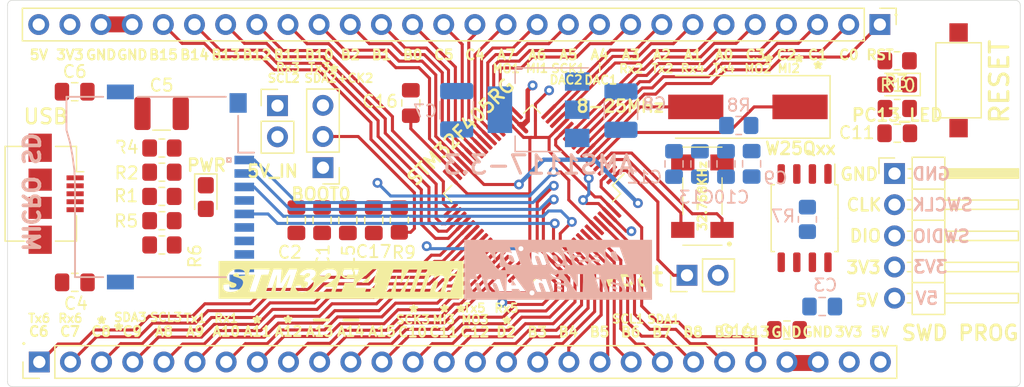
<source format=kicad_pcb>
(kicad_pcb (version 20171130) (host pcbnew "(5.1.10)-1")
  (layers (0 F.Cu signal) (31 B.Cu signal) (34 B.Paste user) (35 F.Paste user) (36 B.SilkS user hide) (37 F.SilkS user hide) (38 B.Mask user) (39 F.Mask user) (44 Edge.Cuts user))
  (net 0 "")
  (net 1 GND)
  (net 2 VBat)
  (net 3 +5V)
  (net 4 +3V3)
  (net 5 "Net-(C9-Pad1)")
  (net 6 "Net-(C10-Pad1)")
  (net 7 Reset)
  (net 8 "Net-(C12-Pad1)")
  (net 9 "Net-(C13-Pad1)")
  (net 10 PA13)
  (net 11 PA14)
  (net 12 "Net-(J3-Pad3)")
  (net 13 "Net-(J3-Pad2)")
  (net 14 PC12)
  (net 15 PD2)
  (net 16 PC0)
  (net 17 PC1)
  (net 18 PC2)
  (net 19 PC3)
  (net 20 PA0)
  (net 21 PA1)
  (net 22 PA2)
  (net 23 PA3)
  (net 24 PA4)
  (net 25 PA5)
  (net 26 PA6)
  (net 27 PA7)
  (net 28 PC4)
  (net 29 PC5)
  (net 30 PB0)
  (net 31 PB1)
  (net 32 PB2)
  (net 33 PB10)
  (net 34 PB11)
  (net 35 PB12)
  (net 36 PB13)
  (net 37 PB14)
  (net 38 PB15)
  (net 39 PC13)
  (net 40 PB9)
  (net 41 PB8)
  (net 42 PB7)
  (net 43 PB6)
  (net 44 PB5)
  (net 45 PB4)
  (net 46 PB3)
  (net 47 PC11)
  (net 48 PC10)
  (net 49 PA15)
  (net 50 PA12)
  (net 51 PA11)
  (net 52 PA10)
  (net 53 PA9)
  (net 54 PA8)
  (net 55 PC9)
  (net 56 PC8)
  (net 57 PC7)
  (net 58 PC6)
  (net 59 "Net-(R9-Pad1)")
  (net 60 "Net-(D1-Pad2)")
  (net 61 "Net-(D2-Pad2)")
  (net 62 "Net-(J14-Pad2)")
  (net 63 "Net-(C16-Pad1)")
  (net 64 "Net-(C17-Pad1)")
  (net 65 "Net-(J1-Pad2)")
  (module Capacitor_SMD:C_0805_2012Metric_Pad1.18x1.45mm_HandSolder (layer F.Cu) (at 134.8867 105.1052)
    (fp_text reference C14 (at -4.12242 0.0889) (layer F.SilkS))
    (fp_text value 100nF)
    (pad 1 smd roundrect (at -1.0375 0) (size 1.175 1.45) (layers F.Cu F.Paste F.Mask) (roundrect_rratio 0.2127659574468085) (net 1 GND))
    (pad 2 smd roundrect (at 1.0375 0) (size 1.175 1.45) (layers F.Cu F.Paste F.Mask) (roundrect_rratio 0.2127659574468085) (net 4 +3V3))
  )
  (module Button_Switch_SMD:SW_SPST_CK_RS282G05A3 (layer F.Cu) (at 148.87702 84.74964 270)
    (fp_text reference RESET (at 0.09906 -3.32994 90) (layer F.SilkS) (effects (font (size 1.5 1.5) (thickness 0.25))))
    (fp_text value Reset)
    (pad 1 smd rect (at -3.9 0 270) (size 1.5 1.5) (layers F.Cu F.Paste F.Mask) (net 1 GND))
    (pad 2 smd rect (at 3.9 0 270) (size 1.5 1.5) (layers F.Cu F.Paste F.Mask) (net 7 Reset))
  )
  (module Bitmap:Design (layer B.Cu) (at 116.23802 100.20046 180)
    (fp_text reference . hide)
    (fp_text value " " hide)
  )
  (module "Bitmap:STM32F4 Mini" (layer F.Cu) (at 98.52914 101.00564)
    (fp_text reference . hide)
    (fp_text value . hide)
  )
  (module Capacitor_SMD:C_0805_2012Metric_Pad1.18x1.45mm_HandSolder (layer B.Cu) (at 127.7874 91.57208 90)
    (fp_text reference C13 (at -2.70764 -0.28448 180) (layer B.SilkS) (effects (justify mirror)))
    (fp_text value 22pF)
    (pad 2 smd roundrect (at 1.0375 0 90) (size 1.175 1.45) (layers B.Cu B.Paste B.Mask) (roundrect_rratio 0.2127659574468085) (net 1 GND))
    (pad 1 smd roundrect (at -1.0375 0 90) (size 1.175 1.45) (layers B.Cu B.Paste B.Mask) (roundrect_rratio 0.2127659574468085) (net 9 "Net-(C13-Pad1)"))
  )
  (module SD_Card:Conn_uSDcard (layer B.Cu) (at 80.137 93.4466 90)
    (fp_text reference J4)
    (fp_text value Micro_SD_Card)
    (pad 6 smd rect (at 7.75 0.4 90) (size 1.2 2.2) (layers B.Cu B.Paste B.Mask) (net 4 +3V3))
    (pad 6 smd rect (at -7.75 0.4 90) (size 1.2 2.2) (layers B.Cu B.Paste B.Mask) (net 4 +3V3))
    (pad 6 smd rect (at 6.85 10 90) (size 1.6 1.4) (layers B.Cu B.Paste B.Mask) (net 4 +3V3))
    (pad 6 smd rect (at -7.75 10 90) (size 1.2 1.4) (layers B.Cu B.Paste B.Mask) (net 4 +3V3))
    (pad 9 smd rect (at -6.6 10.5 90) (size 0.7 1.6) (layers B.Cu B.Paste B.Mask) (net 1 GND))
    (pad 7 smd rect (at -4.4 10.5 90) (size 0.7 1.6) (layers B.Cu B.Paste B.Mask) (net 56 PC8))
    (pad 8 smd rect (at -5.5 10.5 90) (size 0.7 1.6) (layers B.Cu B.Paste B.Mask) (net 55 PC9))
    (pad 6 smd rect (at -3.3 10.5 90) (size 0.7 1.6) (layers B.Cu B.Paste B.Mask) (net 4 +3V3))
    (pad 5 smd rect (at -2.2 10.5 90) (size 0.7 1.6) (layers B.Cu B.Paste B.Mask) (net 14 PC12))
    (pad 4 smd rect (at -1.1 10.5 90) (size 0.7 1.6) (layers B.Cu B.Paste B.Mask) (net 1 GND))
    (pad 1 smd rect (at 2.2 10.5 90) (size 0.7 1.6) (layers B.Cu B.Paste B.Mask) (net 48 PC10))
    (pad 2 smd rect (at 1.1 10.5 90) (size 0.7 1.6) (layers B.Cu B.Paste B.Mask) (net 47 PC11))
    (pad "" np_thru_hole circle (at 3.05 0 90) (size 1 1) (drill 1) (layers *.Cu))
    (pad "" np_thru_hole circle (at -4.93 0 90) (size 1 1) (drill 1) (layers *.Cu))
    (pad 3 smd rect (at 0 10.5 90) (size 0.7 1.6) (layers B.Cu B.Paste B.Mask) (net 15 PD2))
  )
  (module Capacitor_SMD:C_0805_2012Metric_Pad1.18x1.45mm_HandSolder (layer F.Cu) (at 96.98228 96.15424 90)
    (fp_text reference C1 (at -2.921 0.0762 270) (layer F.SilkS))
    (fp_text value 100nF)
    (pad 2 smd roundrect (at 1.0375 0 90) (size 1.175 1.45) (layers F.Cu F.Paste F.Mask) (roundrect_rratio 0.2127659574468085) (net 4 +3V3))
    (pad 1 smd roundrect (at -1.0375 0 90) (size 1.175 1.45) (layers F.Cu F.Paste F.Mask) (roundrect_rratio 0.2127659574468085) (net 1 GND))
  )
  (module Capacitor_SMD:C_0805_2012Metric_Pad1.18x1.45mm_HandSolder (layer F.Cu) (at 94.88678 96.15678 90)
    (fp_text reference C2 (at -2.61366 -0.53594 180) (layer F.SilkS))
    (fp_text value 100nF)
    (pad 1 smd roundrect (at -1.0375 0 90) (size 1.175 1.45) (layers F.Cu F.Paste F.Mask) (roundrect_rratio 0.2127659574468085) (net 1 GND))
    (pad 2 smd roundrect (at 1.0375 0 90) (size 1.175 1.45) (layers F.Cu F.Paste F.Mask) (roundrect_rratio 0.2127659574468085) (net 4 +3V3))
  )
  (module Capacitor_SMD:C_0805_2012Metric_Pad1.18x1.45mm_HandSolder (layer B.Cu) (at 137.7569 103.19258)
    (fp_text reference C3 (at 0.254 -1.74498) (layer B.SilkS) (effects (justify mirror)))
    (fp_text value 100nF)
    (pad 2 smd roundrect (at 1.0375 0) (size 1.175 1.45) (layers B.Cu B.Paste B.Mask) (roundrect_rratio 0.2127659574468085) (net 3 +5V))
    (pad 1 smd roundrect (at -1.0375 0) (size 1.175 1.45) (layers B.Cu B.Paste B.Mask) (roundrect_rratio 0.2127659574468085) (net 1 GND))
  )
  (module Capacitor_SMD:C_0805_2012Metric_Pad1.18x1.45mm_HandSolder (layer F.Cu) (at 76.81976 101.22408)
    (fp_text reference C4 (at 0.09144 1.7272) (layer F.SilkS))
    (fp_text value 100nF)
    (pad 1 smd roundrect (at -1.0375 0) (size 1.175 1.45) (layers F.Cu F.Paste F.Mask) (roundrect_rratio 0.2127659574468085) (net 1 GND))
    (pad 2 smd roundrect (at 1.0375 0) (size 1.175 1.45) (layers F.Cu F.Paste F.Mask) (roundrect_rratio 0.2127659574468085) (net 4 +3V3))
  )
  (module Capacitor_SMD:C_1210_3225Metric_Pad1.33x2.70mm_HandSolder (layer F.Cu) (at 83.8962 87.4522)
    (fp_text reference C5 (at 0 -2.3) (layer F.SilkS))
    (fp_text value 100uF)
    (pad 1 smd roundrect (at -1.5625 0) (size 1.325 2.7) (layers F.Cu F.Paste F.Mask) (roundrect_rratio 0.1886777358490566) (net 3 +5V))
    (pad 2 smd roundrect (at 1.5625 0) (size 1.325 2.7) (layers F.Cu F.Paste F.Mask) (roundrect_rratio 0.1886777358490566) (net 1 GND))
  )
  (module Capacitor_SMD:C_0805_2012Metric_Pad1.18x1.45mm_HandSolder (layer F.Cu) (at 76.8096 85.67928 180)
    (fp_text reference C6 (at -0.00762 1.6383) (layer F.SilkS))
    (fp_text value 100nF)
    (pad 1 smd roundrect (at -1.0375 0 180) (size 1.175 1.45) (layers F.Cu F.Paste F.Mask) (roundrect_rratio 0.2127659574468085) (net 1 GND))
    (pad 2 smd roundrect (at 1.0375 0 180) (size 1.175 1.45) (layers F.Cu F.Paste F.Mask) (roundrect_rratio 0.2127659574468085) (net 4 +3V3))
  )
  (module Capacitor_SMD:C_1210_3225Metric_Pad1.33x2.70mm_HandSolder (layer B.Cu) (at 107.95508 87.19058 270)
    (fp_text reference C7 (at 0.05842 2.57556 180) (layer B.SilkS) (effects (justify mirror)))
    (fp_text value 100uF)
    (pad 2 smd roundrect (at 1.5625 0 270) (size 1.325 2.7) (layers B.Cu B.Paste B.Mask) (roundrect_rratio 0.1886777358490566) (net 1 GND))
    (pad 1 smd roundrect (at -1.5625 0 270) (size 1.325 2.7) (layers B.Cu B.Paste B.Mask) (roundrect_rratio 0.1886777358490566) (net 4 +3V3))
  )
  (module Capacitor_SMD:C_1210_3225Metric_Pad1.33x2.70mm_HandSolder (layer B.Cu) (at 121.3485 87.22106 90)
    (fp_text reference C8 (at 0.56134 2.7305 180) (layer B.SilkS) (effects (justify mirror)))
    (fp_text value 100uF)
    (pad 1 smd roundrect (at -1.5625 0 90) (size 1.325 2.7) (layers B.Cu B.Paste B.Mask) (roundrect_rratio 0.1886777358490566) (net 4 +3V3))
    (pad 2 smd roundrect (at 1.5625 0 90) (size 1.325 2.7) (layers B.Cu B.Paste B.Mask) (roundrect_rratio 0.1886777358490566) (net 1 GND))
  )
  (module Capacitor_SMD:C_0805_2012Metric_Pad1.18x1.45mm_HandSolder (layer B.Cu) (at 132.00126 91.55938 270)
    (fp_text reference C9 (at 1.15824 -1.94818 180) (layer B.SilkS) (effects (justify mirror)))
    (fp_text value 22pF)
    (pad 1 smd roundrect (at -1.0375 0 270) (size 1.175 1.45) (layers B.Cu B.Paste B.Mask) (roundrect_rratio 0.2127659574468085) (net 5 "Net-(C9-Pad1)"))
    (pad 2 smd roundrect (at 1.0375 0 270) (size 1.175 1.45) (layers B.Cu B.Paste B.Mask) (roundrect_rratio 0.2127659574468085) (net 1 GND))
  )
  (module Capacitor_SMD:C_0805_2012Metric_Pad1.18x1.45mm_HandSolder (layer B.Cu) (at 129.91338 91.56954 270)
    (fp_text reference C10 (at 2.71018 -0.45212 180) (layer B.SilkS) (effects (justify mirror)))
    (fp_text value 22pF)
    (pad 2 smd roundrect (at 1.0375 0 270) (size 1.175 1.45) (layers B.Cu B.Paste B.Mask) (roundrect_rratio 0.2127659574468085) (net 1 GND))
    (pad 1 smd roundrect (at -1.0375 0 270) (size 1.175 1.45) (layers B.Cu B.Paste B.Mask) (roundrect_rratio 0.2127659574468085) (net 6 "Net-(C10-Pad1)"))
  )
  (module Capacitor_SMD:C_0805_2012Metric_Pad1.18x1.45mm_HandSolder (layer F.Cu) (at 143.87576 89.06764 180)
    (fp_text reference C11 (at 3.302 0.04826) (layer F.SilkS))
    (fp_text value 100nF)
    (pad 2 smd roundrect (at 1.0375 0 180) (size 1.175 1.45) (layers F.Cu F.Paste F.Mask) (roundrect_rratio 0.2127659574468085) (net 1 GND))
    (pad 1 smd roundrect (at -1.0375 0 180) (size 1.175 1.45) (layers F.Cu F.Paste F.Mask) (roundrect_rratio 0.2127659574468085) (net 7 Reset))
  )
  (module Capacitor_SMD:C_0805_2012Metric_Pad1.18x1.45mm_HandSolder (layer B.Cu) (at 125.67666 91.56954 90)
    (fp_text reference C12 (at -1.07696 -2.42316 180) (layer B.SilkS) (effects (justify mirror)))
    (fp_text value 22pF)
    (pad 2 smd roundrect (at 1.0375 0 90) (size 1.175 1.45) (layers B.Cu B.Paste B.Mask) (roundrect_rratio 0.2127659574468085) (net 1 GND))
    (pad 1 smd roundrect (at -1.0375 0 90) (size 1.175 1.45) (layers B.Cu B.Paste B.Mask) (roundrect_rratio 0.2127659574468085) (net 8 "Net-(C12-Pad1)"))
  )
  (module Capacitor_SMD:C_0805_2012Metric_Pad1.18x1.45mm_HandSolder (layer F.Cu) (at 99.08286 96.16186 90)
    (fp_text reference C15 (at -3.429 0.0508 270) (layer F.SilkS))
    (fp_text value 100nF)
    (pad 2 smd roundrect (at 1.0375 0 90) (size 1.175 1.45) (layers F.Cu F.Paste F.Mask) (roundrect_rratio 0.2127659574468085) (net 4 +3V3))
    (pad 1 smd roundrect (at -1.0375 0 90) (size 1.175 1.45) (layers F.Cu F.Paste F.Mask) (roundrect_rratio 0.2127659574468085) (net 1 GND))
  )
  (module Capacitor_SMD:C_0805_2012Metric_Pad1.18x1.45mm_HandSolder (layer F.Cu) (at 104.2162 86.59876 90)
    (fp_text reference C16 (at 0.13208 -2.50952 180) (layer F.SilkS))
    (fp_text value 100nF)
    (pad 1 smd roundrect (at -1.0375 0 90) (size 1.175 1.45) (layers F.Cu F.Paste F.Mask) (roundrect_rratio 0.2127659574468085) (net 63 "Net-(C16-Pad1)"))
    (pad 2 smd roundrect (at 1.0375 0 90) (size 1.175 1.45) (layers F.Cu F.Paste F.Mask) (roundrect_rratio 0.2127659574468085) (net 1 GND))
  )
  (module Capacitor_SMD:C_0805_2012Metric_Pad1.18x1.45mm_HandSolder (layer F.Cu) (at 101.19614 96.16186 90)
    (fp_text reference C17 (at -2.55016 -0.0127 180) (layer F.SilkS))
    (fp_text value 100nF)
    (pad 1 smd roundrect (at -1.0375 0 90) (size 1.175 1.45) (layers F.Cu F.Paste F.Mask) (roundrect_rratio 0.2127659574468085) (net 64 "Net-(C17-Pad1)"))
    (pad 2 smd roundrect (at 1.0375 0 90) (size 1.175 1.45) (layers F.Cu F.Paste F.Mask) (roundrect_rratio 0.2127659574468085) (net 1 GND))
  )
  (module LED_SMD:LED_0805_2012Metric_Castellated (layer F.Cu) (at 143.87068 85.09508 180)
    (fp_text reference PC13_LED (at -0.0127 -2.49428) (layer F.SilkS) (effects (font (thickness 0.2))))
    (fp_text value LED)
    (pad 2 smd roundrect (at 0.9625 0 180) (size 1.325 1.3) (layers F.Cu F.Paste F.Mask) (roundrect_rratio 0.1923069230769231) (net 60 "Net-(D1-Pad2)"))
    (pad 1 smd roundrect (at -0.9625 0 180) (size 1.325 1.3) (layers F.Cu F.Paste F.Mask) (roundrect_rratio 0.1923069230769231) (net 39 PC13))
  )
  (module LED_SMD:LED_0805_2012Metric_Castellated (layer F.Cu) (at 87.50046 94.26972 270)
    (fp_text reference PWR (at -2.5908 -0.05842 180) (layer F.SilkS) (effects (font (thickness 0.2))))
    (fp_text value LED)
    (pad 1 smd roundrect (at -0.9625 0 270) (size 1.325 1.3) (layers F.Cu F.Paste F.Mask) (roundrect_rratio 0.1923069230769231) (net 4 +3V3))
    (pad 2 smd roundrect (at 0.9625 0 270) (size 1.325 1.3) (layers F.Cu F.Paste F.Mask) (roundrect_rratio 0.1923069230769231) (net 61 "Net-(D2-Pad2)"))
  )
  (module Connector_PinHeader_2.54mm:PinHeader_1x05_P2.54mm_Horizontal (layer F.Cu) (at 143.65478 92.35186)
    (fp_text reference "SWD PROG" (at 5.34162 13.00226) (layer F.SilkS) (effects (font (size 1.2 1.2) (thickness 0.23))))
    (fp_text value SWD)
    (pad 1 thru_hole rect (at 0 0) (size 1.7 1.7) (drill 1) (layers *.Cu *.Mask) (net 1 GND))
    (pad 2 thru_hole oval (at 0 2.54) (size 1.7 1.7) (drill 1) (layers *.Cu *.Mask) (net 11 PA14))
    (pad 3 thru_hole oval (at 0 5.08) (size 1.7 1.7) (drill 1) (layers *.Cu *.Mask) (net 10 PA13))
    (pad 4 thru_hole oval (at 0 7.62) (size 1.7 1.7) (drill 1) (layers *.Cu *.Mask) (net 4 +3V3))
    (pad 5 thru_hole oval (at 0 10.16) (size 1.7 1.7) (drill 1) (layers *.Cu *.Mask) (net 3 +5V))
  )
  (module USB:USB_Micro-B_Amphenol_10104110_Horizontal (layer F.Cu) (at 75.29576 94.00032 270)
    (fp_text reference USB (at -6.29666 0.84328 180) (layer F.SilkS) (effects (font (size 1.2 1.2) (thickness 0.2))))
    (fp_text value USB)
    (pad 6 smd rect (at 1.15 1.3 270) (size 1.8 1.9) (layers F.Cu F.Paste F.Mask) (net 1 GND))
    (pad 6 smd rect (at -1.15 1.3 270) (size 1.8 1.9) (layers F.Cu F.Paste F.Mask) (net 1 GND))
    (pad 6 smd rect (at 3.75 1.3 270) (size 2.3 1.9) (layers F.Cu F.Paste F.Mask) (net 1 GND))
    (pad 6 smd rect (at -3.75 1.3 270) (size 2.3 1.9) (layers F.Cu F.Paste F.Mask) (net 1 GND))
    (pad 5 smd rect (at 1.3 -1.55 270) (size 0.4 1.4) (layers F.Cu F.Paste F.Mask) (net 1 GND))
    (pad 4 smd rect (at 0.65 -1.55 270) (size 0.4 1.4) (layers F.Cu F.Paste F.Mask) (net 1 GND))
    (pad 3 smd rect (at 0 -1.55 270) (size 0.4 1.4) (layers F.Cu F.Paste F.Mask) (net 12 "Net-(J3-Pad3)"))
    (pad 2 smd rect (at -0.65 -1.55 270) (size 0.4 1.4) (layers F.Cu F.Paste F.Mask) (net 13 "Net-(J3-Pad2)"))
    (pad 1 smd rect (at -1.3 -1.55 270) (size 0.4 1.4) (layers F.Cu F.Paste F.Mask) (net 3 +5V))
  )
  (module Connector_PinHeader_2.54mm:PinHeader_1x02_P2.54mm_Vertical (layer F.Cu) (at 126.7333 100.6475 90)
    (fp_text reference VBat (at -0.11684 -4.45008 180) (layer F.SilkS) (effects (font (size 1.5 1.5) (thickness 0.25))))
    (fp_text value VBAT)
    (pad 2 thru_hole oval (at 0 2.54 90) (size 1.7 1.7) (drill 1) (layers *.Cu *.Mask) (net 1 GND))
    (pad 1 thru_hole rect (at 0 0 90) (size 1.7 1.7) (drill 1) (layers *.Cu *.Mask) (net 2 VBat))
  )
  (module Connector_PinHeader_2.54mm:PinHeader_1x02_P2.54mm_Vertical (layer F.Cu) (at 93.345 86.8172)
    (fp_text reference 5V_IN (at -0.39878 5.34162 180) (layer F.SilkS) (effects (font (thickness 0.2))))
    (fp_text value "5V buck")
    (pad 1 thru_hole rect (at 0 0) (size 1.7 1.7) (drill 1) (layers *.Cu *.Mask) (net 3 +5V))
    (pad 2 thru_hole oval (at 0 2.54) (size 1.7 1.7) (drill 1) (layers *.Cu *.Mask) (net 62 "Net-(J14-Pad2)"))
  )
  (module Resistor_SMD:R_0805_2012Metric_Pad1.20x1.40mm_HandSolder (layer F.Cu) (at 83.91652 94.21622 180)
    (fp_text reference R1 (at 2.91338 0.05334) (layer F.SilkS))
    (fp_text value 22R)
    (pad 1 smd roundrect (at -1 0 180) (size 1.2 1.4) (layers F.Cu F.Paste F.Mask) (roundrect_rratio 0.2083325) (net 50 PA12))
    (pad 2 smd roundrect (at 1 0 180) (size 1.2 1.4) (layers F.Cu F.Paste F.Mask) (roundrect_rratio 0.2083325) (net 12 "Net-(J3-Pad3)"))
  )
  (module Resistor_SMD:R_0805_2012Metric_Pad1.20x1.40mm_HandSolder (layer F.Cu) (at 83.9216 92.2401 180)
    (fp_text reference R2 (at 2.87528 -0.0635) (layer F.SilkS))
    (fp_text value 22R)
    (pad 2 smd roundrect (at 1 0 180) (size 1.2 1.4) (layers F.Cu F.Paste F.Mask) (roundrect_rratio 0.2083325) (net 13 "Net-(J3-Pad2)"))
    (pad 1 smd roundrect (at -1 0 180) (size 1.2 1.4) (layers F.Cu F.Paste F.Mask) (roundrect_rratio 0.2083325) (net 51 PA11))
  )
  (module Resistor_SMD:R_0805_2012Metric_Pad1.20x1.40mm_HandSolder (layer F.Cu) (at 143.86814 83.15706 180)
    (fp_text reference R3 (at 0.06858 -1.69926 180) (layer F.SilkS))
    (fp_text value 560)
    (pad 2 smd roundrect (at 1 0 180) (size 1.2 1.4) (layers F.Cu F.Paste F.Mask) (roundrect_rratio 0.2083325) (net 60 "Net-(D1-Pad2)"))
    (pad 1 smd roundrect (at -1 0 180) (size 1.2 1.4) (layers F.Cu F.Paste F.Mask) (roundrect_rratio 0.2083325) (net 1 GND))
  )
  (module Resistor_SMD:R_0805_2012Metric_Pad1.20x1.40mm_HandSolder (layer F.Cu) (at 83.9216 90.2716 180)
    (fp_text reference R4 (at 2.88798 0.05588) (layer F.SilkS))
    (fp_text value 4k7)
    (pad 1 smd roundrect (at -1 0 180) (size 1.2 1.4) (layers F.Cu F.Paste F.Mask) (roundrect_rratio 0.2083325) (net 51 PA11))
    (pad 2 smd roundrect (at 1 0 180) (size 1.2 1.4) (layers F.Cu F.Paste F.Mask) (roundrect_rratio 0.2083325) (net 1 GND))
  )
  (module Resistor_SMD:R_0805_2012Metric_Pad1.20x1.40mm_HandSolder (layer F.Cu) (at 83.9216 96.19488 180)
    (fp_text reference R5 (at 2.91338 -0.03302) (layer F.SilkS))
    (fp_text value 4k7)
    (pad 2 smd roundrect (at 1 0 180) (size 1.2 1.4) (layers F.Cu F.Paste F.Mask) (roundrect_rratio 0.2083325) (net 1 GND))
    (pad 1 smd roundrect (at -1 0 180) (size 1.2 1.4) (layers F.Cu F.Paste F.Mask) (roundrect_rratio 0.2083325) (net 50 PA12))
  )
  (module Resistor_SMD:R_0805_2012Metric_Pad1.20x1.40mm_HandSolder (layer F.Cu) (at 83.9216 98.17354)
    (fp_text reference R6 (at 2.68732 0.9144 -90) (layer F.SilkS))
    (fp_text value 150)
    (pad 1 smd roundrect (at -1 0) (size 1.2 1.4) (layers F.Cu F.Paste F.Mask) (roundrect_rratio 0.2083325) (net 1 GND))
    (pad 2 smd roundrect (at 1 0) (size 1.2 1.4) (layers F.Cu F.Paste F.Mask) (roundrect_rratio 0.2083325) (net 61 "Net-(D2-Pad2)"))
  )
  (module Resistor_SMD:R_0805_2012Metric_Pad1.20x1.40mm_HandSolder (layer B.Cu) (at 130.95224 88.43264 180)
    (fp_text reference R8 (at 0 1.65) (layer B.SilkS) (effects (justify mirror)))
    (fp_text value 10M)
    (pad 1 smd roundrect (at -1 0 180) (size 1.2 1.4) (layers B.Cu B.Paste B.Mask) (roundrect_rratio 0.2083325) (net 5 "Net-(C9-Pad1)"))
    (pad 2 smd roundrect (at 1 0 180) (size 1.2 1.4) (layers B.Cu B.Paste B.Mask) (roundrect_rratio 0.2083325) (net 6 "Net-(C10-Pad1)"))
  )
  (module Resistor_SMD:R_0805_2012Metric_Pad1.20x1.40mm_HandSolder (layer F.Cu) (at 103.27894 96.139 270)
    (fp_text reference R9 (at 2.64922 -0.37592 180) (layer F.SilkS))
    (fp_text value 10k)
    (pad 2 smd roundrect (at 1 0 270) (size 1.2 1.4) (layers F.Cu F.Paste F.Mask) (roundrect_rratio 0.2083325) (net 65 "Net-(J1-Pad2)"))
    (pad 1 smd roundrect (at -1 0 270) (size 1.2 1.4) (layers F.Cu F.Paste F.Mask) (roundrect_rratio 0.2083325) (net 59 "Net-(R9-Pad1)"))
  )
  (module Resistor_SMD:R_0805_2012Metric_Pad1.20x1.40mm_HandSolder (layer F.Cu) (at 143.8783 87.0458 180)
    (fp_text reference R10 (at -0.04318 1.88468) (layer F.SilkS))
    (fp_text value 10k)
    (pad 1 smd roundrect (at -1 0 180) (size 1.2 1.4) (layers F.Cu F.Paste F.Mask) (roundrect_rratio 0.2083325) (net 7 Reset))
    (pad 2 smd roundrect (at 1 0 180) (size 1.2 1.4) (layers F.Cu F.Paste F.Mask) (roundrect_rratio 0.2083325) (net 4 +3V3))
  )
  (module Package_TO_SOT_SMD:SOT-223-3_TabPin2 (layer B.Cu) (at 114.6302 87.1474 180)
    (fp_text reference AMS1117-3.3 (at -0.0254 -4.4958 180) (layer B.SilkS) (effects (font (size 1.5 1.5) (thickness 0.25)) (justify mirror)))
    (fp_text value AP1117-33)
    (pad 2 smd rect (at 3.15 0 180) (size 2 3.8) (layers B.Cu B.Paste B.Mask) (net 4 +3V3))
    (pad 2 smd rect (at -3.15 0 180) (size 2 1.5) (layers B.Cu B.Paste B.Mask) (net 4 +3V3))
    (pad 3 smd rect (at -3.15 -2.3 180) (size 2 1.5) (layers B.Cu B.Paste B.Mask) (net 62 "Net-(J14-Pad2)"))
    (pad 1 smd rect (at -3.15 2.3 180) (size 2 1.5) (layers B.Cu B.Paste B.Mask) (net 1 GND))
  )
  (module Package_QFP:LQFP-64_10x10mm_P0.5mm (layer F.Cu) (at 114.102799 93.986001 225)
    (fp_text reference STM32F405RG (at 0.560367 7.652479 45) (layer F.SilkS) (effects (font (size 1.1 1.1) (thickness 0.2))))
    (fp_text value STM32F405RGTx)
    (pad 1 smd roundrect (at -5.675 -3.75 225) (size 1.55 0.3) (layers F.Cu F.Paste F.Mask) (net 2 VBat))
    (pad 2 smd roundrect (at -5.675 -3.25 225) (size 1.55 0.3) (layers F.Cu F.Paste F.Mask) (net 39 PC13))
    (pad 3 smd roundrect (at -5.675 -2.75 225) (size 1.55 0.3) (layers F.Cu F.Paste F.Mask) (net 8 "Net-(C12-Pad1)"))
    (pad 4 smd roundrect (at -5.675 -2.25 225) (size 1.55 0.3) (layers F.Cu F.Paste F.Mask) (net 9 "Net-(C13-Pad1)"))
    (pad 5 smd roundrect (at -5.675 -1.75 225) (size 1.55 0.3) (layers F.Cu F.Paste F.Mask) (net 5 "Net-(C9-Pad1)"))
    (pad 6 smd roundrect (at -5.675 -1.25 225) (size 1.55 0.3) (layers F.Cu F.Paste F.Mask) (net 6 "Net-(C10-Pad1)"))
    (pad 7 smd roundrect (at -5.675 -0.75 225) (size 1.55 0.3) (layers F.Cu F.Paste F.Mask) (net 7 Reset))
    (pad 8 smd roundrect (at -5.675 -0.25 225) (size 1.55 0.3) (layers F.Cu F.Paste F.Mask) (net 16 PC0))
    (pad 9 smd roundrect (at -5.675 0.25 225) (size 1.55 0.3) (layers F.Cu F.Paste F.Mask) (net 17 PC1))
    (pad 10 smd roundrect (at -5.675 0.75 225) (size 1.55 0.3) (layers F.Cu F.Paste F.Mask) (net 18 PC2))
    (pad 11 smd roundrect (at -5.675 1.25 225) (size 1.55 0.3) (layers F.Cu F.Paste F.Mask) (net 19 PC3))
    (pad 12 smd roundrect (at -5.675 1.75 225) (size 1.55 0.3) (layers F.Cu F.Paste F.Mask) (net 1 GND))
    (pad 13 smd roundrect (at -5.675 2.25 225) (size 1.55 0.3) (layers F.Cu F.Paste F.Mask) (net 4 +3V3))
    (pad 14 smd roundrect (at -5.675 2.75 225) (size 1.55 0.3) (layers F.Cu F.Paste F.Mask) (net 20 PA0))
    (pad 15 smd roundrect (at -5.675 3.25 225) (size 1.55 0.3) (layers F.Cu F.Paste F.Mask) (net 21 PA1))
    (pad 16 smd roundrect (at -5.675 3.75 225) (size 1.55 0.3) (layers F.Cu F.Paste F.Mask) (net 22 PA2))
    (pad 17 smd roundrect (at -3.75 5.675 225) (size 0.3 1.55) (layers F.Cu F.Paste F.Mask) (net 23 PA3))
    (pad 18 smd roundrect (at -3.25 5.675 225) (size 0.3 1.55) (layers F.Cu F.Paste F.Mask) (net 1 GND))
    (pad 19 smd roundrect (at -2.75 5.675 225) (size 0.3 1.55) (layers F.Cu F.Paste F.Mask) (net 4 +3V3))
    (pad 20 smd roundrect (at -2.25 5.675 225) (size 0.3 1.55) (layers F.Cu F.Paste F.Mask) (net 24 PA4))
    (pad 21 smd roundrect (at -1.75 5.675 225) (size 0.3 1.55) (layers F.Cu F.Paste F.Mask) (net 25 PA5))
    (pad 22 smd roundrect (at -1.25 5.675 225) (size 0.3 1.55) (layers F.Cu F.Paste F.Mask) (net 26 PA6))
    (pad 23 smd roundrect (at -0.75 5.675 225) (size 0.3 1.55) (layers F.Cu F.Paste F.Mask) (net 27 PA7))
    (pad 24 smd roundrect (at -0.25 5.675 225) (size 0.3 1.55) (layers F.Cu F.Paste F.Mask) (net 28 PC4))
    (pad 25 smd roundrect (at 0.25 5.675 225) (size 0.3 1.55) (layers F.Cu F.Paste F.Mask) (net 29 PC5))
    (pad 26 smd roundrect (at 0.75 5.675 225) (size 0.3 1.55) (layers F.Cu F.Paste F.Mask) (net 30 PB0))
    (pad 27 smd roundrect (at 1.25 5.675 225) (size 0.3 1.55) (layers F.Cu F.Paste F.Mask) (net 31 PB1))
    (pad 28 smd roundrect (at 1.75 5.675 225) (size 0.3 1.55) (layers F.Cu F.Paste F.Mask) (net 32 PB2))
    (pad 29 smd roundrect (at 2.25 5.675 225) (size 0.3 1.55) (layers F.Cu F.Paste F.Mask) (net 33 PB10))
    (pad 30 smd roundrect (at 2.75 5.675 225) (size 0.3 1.55) (layers F.Cu F.Paste F.Mask) (net 34 PB11))
    (pad 31 smd roundrect (at 3.25 5.675 225) (size 0.3 1.55) (layers F.Cu F.Paste F.Mask) (net 63 "Net-(C16-Pad1)"))
    (pad 32 smd roundrect (at 3.75 5.675 225) (size 0.3 1.55) (layers F.Cu F.Paste F.Mask) (net 4 +3V3))
    (pad 33 smd roundrect (at 5.675 3.75 225) (size 1.55 0.3) (layers F.Cu F.Paste F.Mask) (net 35 PB12))
    (pad 34 smd roundrect (at 5.675 3.25 225) (size 1.55 0.3) (layers F.Cu F.Paste F.Mask) (net 36 PB13))
    (pad 35 smd roundrect (at 5.675 2.75 225) (size 1.55 0.3) (layers F.Cu F.Paste F.Mask) (net 37 PB14))
    (pad 36 smd roundrect (at 5.675 2.25 225) (size 1.55 0.3) (layers F.Cu F.Paste F.Mask) (net 38 PB15))
    (pad 37 smd roundrect (at 5.675 1.75 225) (size 1.55 0.3) (layers F.Cu F.Paste F.Mask) (net 58 PC6))
    (pad 38 smd roundrect (at 5.675 1.25 225) (size 1.55 0.3) (layers F.Cu F.Paste F.Mask) (net 57 PC7))
    (pad 39 smd roundrect (at 5.675 0.75 225) (size 1.55 0.3) (layers F.Cu F.Paste F.Mask) (net 56 PC8))
    (pad 40 smd roundrect (at 5.675 0.25 225) (size 1.55 0.3) (layers F.Cu F.Paste F.Mask) (net 55 PC9))
    (pad 41 smd roundrect (at 5.675 -0.25 225) (size 1.55 0.3) (layers F.Cu F.Paste F.Mask) (net 54 PA8))
    (pad 42 smd roundrect (at 5.675 -0.75 225) (size 1.55 0.3) (layers F.Cu F.Paste F.Mask) (net 53 PA9))
    (pad 43 smd roundrect (at 5.675 -1.25 225) (size 1.55 0.3) (layers F.Cu F.Paste F.Mask) (net 52 PA10))
    (pad 44 smd roundrect (at 5.675 -1.75 225) (size 1.55 0.3) (layers F.Cu F.Paste F.Mask) (net 51 PA11))
    (pad 45 smd roundrect (at 5.675 -2.25 225) (size 1.55 0.3) (layers F.Cu F.Paste F.Mask) (net 50 PA12))
    (pad 46 smd roundrect (at 5.675 -2.75 225) (size 1.55 0.3) (layers F.Cu F.Paste F.Mask) (net 10 PA13))
    (pad 47 smd roundrect (at 5.675 -3.25 225) (size 1.55 0.3) (layers F.Cu F.Paste F.Mask) (net 64 "Net-(C17-Pad1)"))
    (pad 48 smd roundrect (at 5.675 -3.75 225) (size 1.55 0.3) (layers F.Cu F.Paste F.Mask) (net 4 +3V3))
    (pad 49 smd roundrect (at 3.75 -5.675 225) (size 0.3 1.55) (layers F.Cu F.Paste F.Mask) (net 11 PA14))
    (pad 50 smd roundrect (at 3.25 -5.675 225) (size 0.3 1.55) (layers F.Cu F.Paste F.Mask) (net 49 PA15))
    (pad 51 smd roundrect (at 2.75 -5.675 225) (size 0.3 1.55) (layers F.Cu F.Paste F.Mask) (net 48 PC10))
    (pad 52 smd roundrect (at 2.25 -5.675 225) (size 0.3 1.55) (layers F.Cu F.Paste F.Mask) (net 47 PC11))
    (pad 53 smd roundrect (at 1.75 -5.675 225) (size 0.3 1.55) (layers F.Cu F.Paste F.Mask) (net 14 PC12))
    (pad 54 smd roundrect (at 1.25 -5.675 225) (size 0.3 1.55) (layers F.Cu F.Paste F.Mask) (net 15 PD2))
    (pad 55 smd roundrect (at 0.75 -5.675 225) (size 0.3 1.55) (layers F.Cu F.Paste F.Mask) (net 46 PB3))
    (pad 56 smd roundrect (at 0.25 -5.675 225) (size 0.3 1.55) (layers F.Cu F.Paste F.Mask) (net 45 PB4))
    (pad 57 smd roundrect (at -0.25 -5.675 225) (size 0.3 1.55) (layers F.Cu F.Paste F.Mask) (net 44 PB5))
    (pad 58 smd roundrect (at -0.75 -5.675 225) (size 0.3 1.55) (layers F.Cu F.Paste F.Mask) (net 43 PB6))
    (pad 59 smd roundrect (at -1.25 -5.675 225) (size 0.3 1.55) (layers F.Cu F.Paste F.Mask) (net 42 PB7))
    (pad 60 smd roundrect (at -1.75 -5.675 225) (size 0.3 1.55) (layers F.Cu F.Paste F.Mask) (net 59 "Net-(R9-Pad1)"))
    (pad 61 smd roundrect (at -2.25 -5.675 225) (size 0.3 1.55) (layers F.Cu F.Paste F.Mask) (net 41 PB8))
    (pad 62 smd roundrect (at -2.75 -5.675 225) (size 0.3 1.55) (layers F.Cu F.Paste F.Mask) (net 40 PB9))
    (pad 63 smd roundrect (at -3.25 -5.675 225) (size 0.3 1.55) (layers F.Cu F.Paste F.Mask) (net 1 GND))
    (pad 64 smd roundrect (at -3.75 -5.675 225) (size 0.3 1.55) (layers F.Cu F.Paste F.Mask) (net 4 +3V3))
  )
  (module Crystal:Crystal_SMD_HC49-SD (layer F.Cu) (at 131.699 86.9188 180)
    (fp_text reference 8-25MHz (at 10.40892 0.05588) (layer F.SilkS) (effects (font (thickness 0.2))))
    (fp_text value 8MHz)
    (pad 1 smd rect (at -4.25 0 180) (size 4.5 2) (layers F.Cu F.Paste F.Mask) (net 5 "Net-(C9-Pad1)"))
    (pad 2 smd rect (at 4.25 0 180) (size 4.5 2) (layers F.Cu F.Paste F.Mask) (net 6 "Net-(C10-Pad1)"))
  )
  (module MC-306:MC306327680KE3ROHS (layer F.Cu) (at 127.9906 94.1959 90)
    (fp_text reference 32.768KHz (at 0.01016 -0.00508 270) (layer F.SilkS) (effects (font (size 0.7 0.7) (thickness 0.175))))
    (fp_text value 32.768KHz hide)
    (pad 1 smd rect (at -2.75 1.6 90) (size 1.3 1.9) (layers F.Cu F.Paste F.Mask) (net 9 "Net-(C13-Pad1)"))
    (pad 2 smd rect (at 2.75 1.6 90) (size 1.3 1.9) (layers F.Cu F.Paste F.Mask) (net 1 GND))
    (pad 3 smd rect (at 2.75 -1.6 90) (size 1.3 1.9) (layers F.Cu F.Paste F.Mask) (net 1 GND))
    (pad 4 smd rect (at -2.75 -1.6 90) (size 1.3 1.9) (layers F.Cu F.Paste F.Mask) (net 8 "Net-(C12-Pad1)"))
  )
  (module Resistor_SMD:R_0805_2012Metric_Pad1.20x1.40mm_HandSolder (layer B.Cu) (at 136.5504 96.0882 90)
    (fp_text reference R7 (at 0.26416 -1.97866) (layer B.SilkS) (effects (justify mirror)))
    (fp_text value 10k)
    (pad 1 smd roundrect (at -1 0 90) (size 1.2 1.4) (layers B.Cu B.Paste B.Mask) (roundrect_rratio 0.2083325) (net 4 +3V3))
    (pad 2 smd roundrect (at 1 0 90) (size 1.2 1.4) (layers B.Cu B.Paste B.Mask) (roundrect_rratio 0.2083325) (net 17 PC1))
  )
  (module Package_SO:SOIC-8_5.23x5.23mm_P1.27mm (layer F.Cu) (at 136.3218 95.9866 270)
    (fp_text reference W25Qxx (at -5.68198 0.33274) (layer F.SilkS) (effects (font (thickness 0.2))))
    (fp_text value W25Q32JVSS)
    (pad 1 smd roundrect (at -3.6 -1.905 270) (size 1.6 0.6) (layers F.Cu F.Paste F.Mask) (net 17 PC1))
    (pad 2 smd roundrect (at -3.6 -0.635 270) (size 1.6 0.6) (layers F.Cu F.Paste F.Mask) (net 18 PC2))
    (pad 3 smd roundrect (at -3.6 0.635 270) (size 1.6 0.6) (layers F.Cu F.Paste F.Mask) (net 4 +3V3))
    (pad 4 smd roundrect (at -3.6 1.905 270) (size 1.6 0.6) (layers F.Cu F.Paste F.Mask) (net 1 GND))
    (pad 5 smd roundrect (at 3.6 1.905 270) (size 1.6 0.6) (layers F.Cu F.Paste F.Mask) (net 19 PC3))
    (pad 6 smd roundrect (at 3.6 0.635 270) (size 1.6 0.6) (layers F.Cu F.Paste F.Mask) (net 33 PB10))
    (pad 7 smd roundrect (at 3.6 -0.635 270) (size 1.6 0.6) (layers F.Cu F.Paste F.Mask) (net 4 +3V3))
    (pad 8 smd roundrect (at 3.6 -1.905 270) (size 1.6 0.6) (layers F.Cu F.Paste F.Mask) (net 4 +3V3))
  )
  (module Connector_PinHeader_2.54mm:PinHeader_1x03_P2.54mm_Vertical (layer F.Cu) (at 97.0534 91.8718 180)
    (fp_text reference BOOT0 (at 0.16002 -2.16154) (layer F.SilkS) (effects (font (thickness 0.2))))
    (fp_text value BOOT)
    (pad 1 thru_hole rect (at 0 0 180) (size 1.7 1.7) (drill 1) (layers *.Cu *.Mask) (net 1 GND))
    (pad 2 thru_hole oval (at 0 2.54 180) (size 1.7 1.7) (drill 1) (layers *.Cu *.Mask) (net 65 "Net-(J1-Pad2)"))
    (pad 3 thru_hole oval (at 0 5.08 180) (size 1.7 1.7) (drill 1) (layers *.Cu *.Mask) (net 4 +3V3))
  )
  (module Connector_PinHeader_2.54mm:PinHeader_1x28_P2.54mm_Vertical (layer F.Cu) (at 142.45844 80.20304 270)
    (fp_text reference . (at -0.79248 -0.90678 90) (layer F.SilkS))
    (fp_text value Con_B)
    (pad 1 thru_hole rect (at 0 0 270) (size 1.7 1.7) (drill 1) (layers *.Cu *.Mask) (net 7 Reset))
    (pad 2 thru_hole oval (at 0 2.54 270) (size 1.7 1.7) (drill 1) (layers *.Cu *.Mask) (net 16 PC0))
    (pad 3 thru_hole oval (at 0 5.08 270) (size 1.7 1.7) (drill 1) (layers *.Cu *.Mask) (net 17 PC1))
    (pad 4 thru_hole oval (at 0 7.62 270) (size 1.7 1.7) (drill 1) (layers *.Cu *.Mask) (net 18 PC2))
    (pad 5 thru_hole oval (at 0 10.16 270) (size 1.7 1.7) (drill 1) (layers *.Cu *.Mask) (net 19 PC3))
    (pad 6 thru_hole oval (at 0 12.7 270) (size 1.7 1.7) (drill 1) (layers *.Cu *.Mask) (net 20 PA0))
    (pad 7 thru_hole oval (at 0 15.24 270) (size 1.7 1.7) (drill 1) (layers *.Cu *.Mask) (net 21 PA1))
    (pad 8 thru_hole oval (at 0 17.78 270) (size 1.7 1.7) (drill 1) (layers *.Cu *.Mask) (net 22 PA2))
    (pad 9 thru_hole oval (at 0 20.32 270) (size 1.7 1.7) (drill 1) (layers *.Cu *.Mask) (net 23 PA3))
    (pad 10 thru_hole oval (at 0 22.86 270) (size 1.7 1.7) (drill 1) (layers *.Cu *.Mask) (net 24 PA4))
    (pad 11 thru_hole oval (at 0 25.4 270) (size 1.7 1.7) (drill 1) (layers *.Cu *.Mask) (net 25 PA5))
    (pad 12 thru_hole oval (at 0 27.94 270) (size 1.7 1.7) (drill 1) (layers *.Cu *.Mask) (net 26 PA6))
    (pad 13 thru_hole oval (at 0 30.48 270) (size 1.7 1.7) (drill 1) (layers *.Cu *.Mask) (net 27 PA7))
    (pad 14 thru_hole oval (at 0 33.02 270) (size 1.7 1.7) (drill 1) (layers *.Cu *.Mask) (net 28 PC4))
    (pad 15 thru_hole oval (at 0 35.56 270) (size 1.7 1.7) (drill 1) (layers *.Cu *.Mask) (net 29 PC5))
    (pad 16 thru_hole oval (at 0 38.1 270) (size 1.7 1.7) (drill 1) (layers *.Cu *.Mask) (net 30 PB0))
    (pad 17 thru_hole oval (at 0 40.64 270) (size 1.7 1.7) (drill 1) (layers *.Cu *.Mask) (net 31 PB1))
    (pad 18 thru_hole oval (at 0 43.18 270) (size 1.7 1.7) (drill 1) (layers *.Cu *.Mask) (net 32 PB2))
    (pad 19 thru_hole oval (at 0 45.72 270) (size 1.7 1.7) (drill 1) (layers *.Cu *.Mask) (net 33 PB10))
    (pad 20 thru_hole oval (at 0 48.26 270) (size 1.7 1.7) (drill 1) (layers *.Cu *.Mask) (net 34 PB11))
    (pad 21 thru_hole oval (at 0 50.8 270) (size 1.7 1.7) (drill 1) (layers *.Cu *.Mask) (net 35 PB12))
    (pad 22 thru_hole oval (at 0 53.34 270) (size 1.7 1.7) (drill 1) (layers *.Cu *.Mask) (net 36 PB13))
    (pad 23 thru_hole oval (at 0 55.88 270) (size 1.7 1.7) (drill 1) (layers *.Cu *.Mask) (net 37 PB14))
    (pad 24 thru_hole oval (at 0 58.42 270) (size 1.7 1.7) (drill 1) (layers *.Cu *.Mask) (net 38 PB15))
    (pad 25 thru_hole oval (at 0 60.96 270) (size 1.7 1.7) (drill 1) (layers *.Cu *.Mask) (net 1 GND))
    (pad 26 thru_hole oval (at 0 63.5 270) (size 1.7 1.7) (drill 1) (layers *.Cu *.Mask) (net 1 GND))
    (pad 27 thru_hole oval (at 0 66.04 270) (size 1.7 1.7) (drill 1) (layers *.Cu *.Mask) (net 4 +3V3))
    (pad 28 thru_hole oval (at 0 68.58 270) (size 1.7 1.7) (drill 1) (layers *.Cu *.Mask) (net 3 +5V))
  )
  (module Connector_PinHeader_2.54mm:PinHeader_1x28_P2.54mm_Vertical (layer F.Cu) (at 73.92416 107.71632 90)
    (fp_text reference . (at 1.50368 -1.67132 90) (layer F.SilkS))
    (fp_text value Con_A)
    (pad 28 thru_hole oval (at 0 68.58 90) (size 1.7 1.7) (drill 1) (layers *.Cu *.Mask) (net 3 +5V))
    (pad 27 thru_hole oval (at 0 66.04 90) (size 1.7 1.7) (drill 1) (layers *.Cu *.Mask) (net 4 +3V3))
    (pad 26 thru_hole oval (at 0 63.5 90) (size 1.7 1.7) (drill 1) (layers *.Cu *.Mask) (net 1 GND))
    (pad 25 thru_hole oval (at 0 60.96 90) (size 1.7 1.7) (drill 1) (layers *.Cu *.Mask) (net 1 GND))
    (pad 24 thru_hole oval (at 0 58.42 90) (size 1.7 1.7) (drill 1) (layers *.Cu *.Mask) (net 39 PC13))
    (pad 23 thru_hole oval (at 0 55.88 90) (size 1.7 1.7) (drill 1) (layers *.Cu *.Mask) (net 40 PB9))
    (pad 22 thru_hole oval (at 0 53.34 90) (size 1.7 1.7) (drill 1) (layers *.Cu *.Mask) (net 41 PB8))
    (pad 21 thru_hole oval (at 0 50.8 90) (size 1.7 1.7) (drill 1) (layers *.Cu *.Mask) (net 42 PB7))
    (pad 20 thru_hole oval (at 0 48.26 90) (size 1.7 1.7) (drill 1) (layers *.Cu *.Mask) (net 43 PB6))
    (pad 19 thru_hole oval (at 0 45.72 90) (size 1.7 1.7) (drill 1) (layers *.Cu *.Mask) (net 44 PB5))
    (pad 18 thru_hole oval (at 0 43.18 90) (size 1.7 1.7) (drill 1) (layers *.Cu *.Mask) (net 45 PB4))
    (pad 17 thru_hole oval (at 0 40.64 90) (size 1.7 1.7) (drill 1) (layers *.Cu *.Mask) (net 46 PB3))
    (pad 16 thru_hole oval (at 0 38.1 90) (size 1.7 1.7) (drill 1) (layers *.Cu *.Mask) (net 15 PD2))
    (pad 15 thru_hole oval (at 0 35.56 90) (size 1.7 1.7) (drill 1) (layers *.Cu *.Mask) (net 14 PC12))
    (pad 14 thru_hole oval (at 0 33.02 90) (size 1.7 1.7) (drill 1) (layers *.Cu *.Mask) (net 47 PC11))
    (pad 13 thru_hole oval (at 0 30.48 90) (size 1.7 1.7) (drill 1) (layers *.Cu *.Mask) (net 48 PC10))
    (pad 12 thru_hole oval (at 0 27.94 90) (size 1.7 1.7) (drill 1) (layers *.Cu *.Mask) (net 49 PA15))
    (pad 11 thru_hole oval (at 0 25.4 90) (size 1.7 1.7) (drill 1) (layers *.Cu *.Mask) (net 11 PA14))
    (pad 10 thru_hole oval (at 0 22.86 90) (size 1.7 1.7) (drill 1) (layers *.Cu *.Mask) (net 10 PA13))
    (pad 9 thru_hole oval (at 0 20.32 90) (size 1.7 1.7) (drill 1) (layers *.Cu *.Mask) (net 50 PA12))
    (pad 8 thru_hole oval (at 0 17.78 90) (size 1.7 1.7) (drill 1) (layers *.Cu *.Mask) (net 51 PA11))
    (pad 7 thru_hole oval (at 0 15.24 90) (size 1.7 1.7) (drill 1) (layers *.Cu *.Mask) (net 52 PA10))
    (pad 6 thru_hole oval (at 0 12.7 90) (size 1.7 1.7) (drill 1) (layers *.Cu *.Mask) (net 53 PA9))
    (pad 5 thru_hole oval (at 0 10.16 90) (size 1.7 1.7) (drill 1) (layers *.Cu *.Mask) (net 54 PA8))
    (pad 4 thru_hole oval (at 0 7.62 90) (size 1.7 1.7) (drill 1) (layers *.Cu *.Mask) (net 55 PC9))
    (pad 3 thru_hole oval (at 0 5.08 90) (size 1.7 1.7) (drill 1) (layers *.Cu *.Mask) (net 56 PC8))
    (pad 2 thru_hole oval (at 0 2.54 90) (size 1.7 1.7) (drill 1) (layers *.Cu *.Mask) (net 57 PC7))
    (pad 1 thru_hole rect (at 0 0 90) (size 1.7 1.7) (drill 1) (layers *.Cu *.Mask) (net 58 PC6))
  )
  (gr_text | (at 119.61622 83.65744) (layer F.SilkS) (effects (font (size 0.5 0.5) (thickness 0.125))))
  (gr_text "DAC2\n" (at 116.87048 84.71408) (layer F.SilkS) (effects (font (size 0.7 0.7))))
  (gr_text "DAC1\n" (at 119.70258 84.72424) (layer F.SilkS) (effects (font (size 0.7 0.7))))
  (gr_text MO3 (at 109.4486 104.25684) (layer F.SilkS) (effects (font (size 0.7 0.7))))
  (gr_text "MI3\n" (at 106.89844 104.24414) (layer F.SilkS) (effects (font (size 0.7 0.7))))
  (gr_text SCK3 (at 104.39654 104.25684) (layer F.SilkS) (effects (font (size 0.7 0.7))))
  (gr_text "+CK2\n" (at 99.6823 84.57946) (layer F.SilkS) (effects (font (size 0.7 0.7))))
  (gr_text "MI2\n" (at 135.02894 83.77936) (layer F.SilkS) (effects (font (size 0.7 0.7))))
  (gr_text "MO2\n" (at 132.52704 83.79206) (layer F.SilkS) (effects (font (size 0.7 0.7))))
  (gr_text "MO1\n" (at 111.99622 83.78444) (layer F.SilkS) (effects (font (size 0.7 0.7))))
  (gr_text "MI1\n" (at 114.49812 83.77174) (layer F.SilkS) (effects (font (size 0.7 0.7))))
  (gr_text "SCK1\n" (at 117.04828 83.78444) (layer F.SilkS) (effects (font (size 0.7 0.7))))
  (gr_text SDA3 (at 81.34858 104.07396) (layer F.SilkS) (effects (font (size 0.7 0.7))))
  (gr_text SCL3 (at 84.25688 104.07396) (layer F.SilkS) (effects (font (size 0.7 0.7))))
  (gr_text SCL2 (at 93.85808 84.57946) (layer F.SilkS) (effects (font (size 0.7 0.7))))
  (gr_text "SDA2\n" (at 96.87306 84.57946) (layer F.SilkS) (effects (font (size 0.7 0.7))))
  (gr_text SDA1 (at 124.82576 104.2289) (layer F.SilkS) (effects (font (size 0.7 0.7))))
  (gr_text SCL1 (at 121.93778 104.20604) (layer F.SilkS) (effects (font (size 0.7 0.7))))
  (gr_text "Rx5\n" (at 112.01146 103.32974) (layer F.SilkS) (effects (font (size 0.7 0.7))))
  (gr_text Tx5 (at 109.41304 103.31958) (layer F.SilkS) (effects (font (size 0.7 0.7))))
  (gr_text "Tx4\n" (at 129.7432 83.77428) (layer F.SilkS) (effects (font (size 0.7 0.7))))
  (gr_text "Rx4\n" (at 127.18796 83.78444) (layer F.SilkS) (effects (font (size 0.7 0.7))))
  (gr_text "Tx3\n" (at 96.7486 83.70824) (layer F.SilkS) (effects (font (size 0.7 0.7))))
  (gr_text "Rx3\n" (at 94.19336 83.7184) (layer F.SilkS) (effects (font (size 0.7 0.7))))
  (gr_text "Rx2\n" (at 122.18162 83.79968) (layer F.SilkS) (effects (font (size 0.7 0.7))))
  (gr_text "Tx2\n" (at 124.73686 83.78952) (layer F.SilkS) (effects (font (size 0.7 0.7))))
  (gr_text Rx1 (at 89.1667 104.15778) (layer F.SilkS) (effects (font (size 0.7 0.7))))
  (gr_text Tx1 (at 86.62924 104.15524) (layer F.SilkS) (effects (font (size 0.7 0.7))))
  (gr_text Rx6 (at 76.45654 104.15524) (layer F.SilkS) (effects (font (size 0.7 0.7))))
  (gr_text Tx6 (at 73.91908 104.1527) (layer F.SilkS) (effects (font (size 0.7 0.7))))
  (gr_text _ (at 99.33178 103.74884) (layer F.SilkS) (effects (font (size 1 1.5) (thickness 0.25))))
  (gr_text * (at 97.95002 84.10194) (layer F.SilkS) (effects (font (size 1 1) (thickness 0.25))))
  (gr_text * (at 112.04956 104.64038) (layer F.SilkS) (effects (font (size 1 1) (thickness 0.25))))
  (gr_text * (at 108.30814 103.68788) (layer F.SilkS) (effects (font (size 1 1) (thickness 0.25))))
  (gr_text * (at 106.94924 103.66756) (layer F.SilkS) (effects (font (size 1 1) (thickness 0.25))))
  (gr_text * (at 104.44988 103.68788) (layer F.SilkS) (effects (font (size 1 1) (thickness 0.25))))
  (gr_text * (at 137.41908 83.82762) (layer F.SilkS) (effects (font (size 1 1) (thickness 0.25))))
  (gr_text * (at 135.86968 83.2866) (layer F.SilkS) (effects (font (size 1 1) (thickness 0.25))))
  (gr_text * (at 133.39064 83.29168) (layer F.SilkS) (effects (font (size 1 1) (thickness 0.25))))
  (gr_text * (at 80.39608 105.17124) (layer F.SilkS) (effects (font (size 1 1) (thickness 0.25))))
  (gr_text * (at 79.00924 104.62006) (layer F.SilkS) (effects (font (size 1 1) (thickness 0.25))))
  (gr_text * (at 94.20352 104.56672) (layer F.SilkS) (effects (font (size 1 1) (thickness 0.25))))
  (gr_text * (at 91.68384 104.5845) (layer F.SilkS) (effects (font (size 1 1) (thickness 0.25))))
  (gr_text _ (at 96.91878 103.74884) (layer F.SilkS) (effects (font (size 1 1.5) (thickness 0.25))))
  (gr_text "5V\n" (at 146.2913 102.52202) (layer B.SilkS) (effects (font (size 1 1) (thickness 0.2)) (justify mirror)))
  (gr_text 3V3 (at 146.57832 99.9617) (layer B.SilkS) (effects (font (size 1 1) (thickness 0.2)) (justify mirror)))
  (gr_text "SWCLK\n" (at 147.574 94.90202) (layer B.SilkS) (effects (font (size 1 1) (thickness 0.2)) (justify mirror)))
  (gr_text "SWDIO\n" (at 147.4597 97.46742) (layer B.SilkS) (effects (font (size 1 1) (thickness 0.2)) (justify mirror)))
  (gr_text "GND\n" (at 146.65706 92.38742) (layer B.SilkS) (effects (font (size 1 1) (thickness 0.2)) (justify mirror)))
  (gr_arc (start 153.50744 78.62824) (end 153.90876 78.62824) (angle -90) (layer Edge.Cuts) (width 0.05))
  (gr_arc (start 153.50744 109.32668) (end 153.50744 109.728) (angle -90) (layer Edge.Cuts) (width 0.05))
  (gr_arc (start 71.73468 109.32668) (end 71.33336 109.32668) (angle -90) (layer Edge.Cuts) (width 0.05))
  (gr_arc (start 71.73468 78.62824) (end 71.73468 78.22692) (angle -90) (layer Edge.Cuts) (width 0.05))
  (gr_line (start 153.50744 78.22692) (end 71.73468 78.22692) (layer Edge.Cuts) (width 0.05))
  (gr_line (start 153.90876 109.32668) (end 153.90876 78.62824) (layer Edge.Cuts) (width 0.05))
  (gr_line (start 71.73468 109.728) (end 153.50744 109.728) (layer Edge.Cuts) (width 0.05))
  (gr_line (start 71.33336 78.62824) (end 71.33336 109.32668) (layer Edge.Cuts) (width 0.05))
  (gr_text "RST\n" (at 142.4686 82.677) (layer F.SilkS) (effects (font (size 0.8 0.8) (thickness 0.18))))
  (gr_text C0 (at 139.9286 82.677) (layer F.SilkS) (effects (font (size 0.8 0.8) (thickness 0.18))))
  (gr_text C1 (at 137.3886 82.677) (layer F.SilkS) (effects (font (size 0.8 0.8) (thickness 0.18))))
  (gr_text C2 (at 134.8486 82.677) (layer F.SilkS) (effects (font (size 0.8 0.8) (thickness 0.18))))
  (gr_text C3 (at 132.3086 82.677) (layer F.SilkS) (effects (font (size 0.8 0.8) (thickness 0.18))))
  (gr_text A0 (at 129.7686 82.677) (layer F.SilkS) (effects (font (size 0.8 0.8) (thickness 0.18))))
  (gr_text A1 (at 127.2286 82.677) (layer F.SilkS) (effects (font (size 0.8 0.8) (thickness 0.18))))
  (gr_text A2 (at 124.6886 82.677) (layer F.SilkS) (effects (font (size 0.8 0.8) (thickness 0.18))))
  (gr_text A3 (at 122.1486 82.677) (layer F.SilkS) (effects (font (size 0.8 0.8) (thickness 0.18))))
  (gr_text A4 (at 119.6086 82.677) (layer F.SilkS) (effects (font (size 0.8 0.8) (thickness 0.18))))
  (gr_text A5 (at 117.0686 82.677) (layer F.SilkS) (effects (font (size 0.8 0.8) (thickness 0.18))))
  (gr_text A6 (at 114.5286 82.677) (layer F.SilkS) (effects (font (size 0.8 0.8) (thickness 0.18))))
  (gr_text A7 (at 111.9886 82.677) (layer F.SilkS) (effects (font (size 0.8 0.8) (thickness 0.18))))
  (gr_text "C4\n" (at 109.4486 82.677) (layer F.SilkS) (effects (font (size 0.8 0.8) (thickness 0.18))))
  (gr_text C5 (at 106.9086 82.677) (layer F.SilkS) (effects (font (size 0.8 0.8) (thickness 0.18))))
  (gr_text B0 (at 104.3686 82.677) (layer F.SilkS) (effects (font (size 0.8 0.8) (thickness 0.18))))
  (gr_text B1 (at 101.8286 82.677) (layer F.SilkS) (effects (font (size 0.8 0.8) (thickness 0.18))))
  (gr_text B2 (at 99.2886 82.677) (layer F.SilkS) (effects (font (size 0.8 0.8) (thickness 0.18))))
  (gr_text B10 (at 96.7486 82.677) (layer F.SilkS) (effects (font (size 0.8 0.8) (thickness 0.18))))
  (gr_text B11 (at 94.2086 82.677) (layer F.SilkS) (effects (font (size 0.8 0.8) (thickness 0.18))))
  (gr_text B12 (at 91.6686 82.677) (layer F.SilkS) (effects (font (size 0.8 0.8) (thickness 0.18))))
  (gr_text B13 (at 89.1286 82.677) (layer F.SilkS) (effects (font (size 0.8 0.8) (thickness 0.18))))
  (gr_text B14 (at 86.5886 82.677) (layer F.SilkS) (effects (font (size 0.8 0.8) (thickness 0.18))))
  (gr_text B15 (at 84.0486 82.677) (layer F.SilkS) (effects (font (size 0.8 0.8) (thickness 0.18))))
  (gr_text GND (at 81.5086 82.677) (layer F.SilkS) (effects (font (size 0.8 0.8) (thickness 0.18))))
  (gr_text GND (at 78.9686 82.677) (layer F.SilkS) (effects (font (size 0.8 0.8) (thickness 0.18))))
  (gr_text 3V3 (at 76.4286 82.677) (layer F.SilkS) (effects (font (size 0.8 0.8) (thickness 0.18))))
  (gr_text "5V\n" (at 73.8886 82.677) (layer F.SilkS) (effects (font (size 0.8 0.8) (thickness 0.18))))
  (gr_text 5V (at 142.46352 105.27284) (layer F.SilkS) (effects (font (size 0.8 0.8) (thickness 0.18))))
  (gr_text 3V3 (at 139.92352 105.27284) (layer F.SilkS) (effects (font (size 0.8 0.8) (thickness 0.18))))
  (gr_text "GND\n" (at 137.38352 105.27284) (layer F.SilkS) (effects (font (size 0.8 0.8) (thickness 0.18))))
  (gr_text GND (at 134.84352 105.27284) (layer F.SilkS) (effects (font (size 0.8 0.8) (thickness 0.18))))
  (gr_text C13 (at 132.30352 105.27284) (layer F.SilkS) (effects (font (size 0.8 0.8) (thickness 0.18))))
  (gr_text B9 (at 129.76352 105.27284) (layer F.SilkS) (effects (font (size 0.8 0.8) (thickness 0.18))))
  (gr_text B8 (at 127.22352 105.27284) (layer F.SilkS) (effects (font (size 0.8 0.8) (thickness 0.18))))
  (gr_text B7 (at 124.68352 105.27284) (layer F.SilkS) (effects (font (size 0.8 0.8) (thickness 0.18))))
  (gr_text B6 (at 122.14352 105.27284) (layer F.SilkS) (effects (font (size 0.8 0.8) (thickness 0.18))))
  (gr_text B5 (at 119.60352 105.27284) (layer F.SilkS) (effects (font (size 0.8 0.8) (thickness 0.18))))
  (gr_text B4 (at 117.06352 105.27284) (layer F.SilkS) (effects (font (size 0.8 0.8) (thickness 0.18))))
  (gr_text "B3\n" (at 114.52352 105.27284) (layer F.SilkS) (effects (font (size 0.8 0.8) (thickness 0.18))))
  (gr_text C10 (at 104.36352 105.27284) (layer F.SilkS) (effects (font (size 0.8 0.8) (thickness 0.18))))
  (gr_text D2 (at 111.98352 105.27284) (layer F.SilkS) (effects (font (size 0.8 0.8) (thickness 0.18))))
  (gr_text "C12\n" (at 109.44352 105.27284) (layer F.SilkS) (effects (font (size 0.8 0.8) (thickness 0.18))))
  (gr_text C11 (at 106.90352 105.27284) (layer F.SilkS) (effects (font (size 0.8 0.8) (thickness 0.18))))
  (gr_text A15 (at 101.86924 105.22712) (layer F.SilkS) (effects (font (size 0.8 0.8) (thickness 0.18))))
  (gr_text A14 (at 99.32924 105.22712) (layer F.SilkS) (effects (font (size 0.8 0.8) (thickness 0.18))))
  (gr_text A13 (at 96.78924 105.22712) (layer F.SilkS) (effects (font (size 0.8 0.8) (thickness 0.18))))
  (gr_text A12 (at 94.24924 105.22712) (layer F.SilkS) (effects (font (size 0.8 0.8) (thickness 0.18))))
  (gr_text A11 (at 91.70924 105.22712) (layer F.SilkS) (effects (font (size 0.8 0.8) (thickness 0.18))))
  (gr_text "A10\n" (at 89.16924 105.22712) (layer F.SilkS) (effects (font (size 0.8 0.8) (thickness 0.18))))
  (gr_text A9 (at 86.62924 105.22712) (layer F.SilkS) (effects (font (size 0.8 0.8) (thickness 0.18))))
  (gr_text A8 (at 84.08924 105.22712) (layer F.SilkS) (effects (font (size 0.8 0.8) (thickness 0.18))))
  (gr_text C9 (at 81.50352 105.22712) (layer F.SilkS) (effects (font (size 0.8 0.8) (thickness 0.18))))
  (gr_text "C8\n" (at 78.96352 105.22712) (layer F.SilkS) (effects (font (size 0.8 0.8) (thickness 0.18))))
  (gr_text C7 (at 76.42352 105.22712) (layer F.SilkS) (effects (font (size 0.8 0.8) (thickness 0.18))))
  (gr_text C6 (at 73.88352 105.22712) (layer F.SilkS) (effects (font (size 0.8 0.8) (thickness 0.18))))
  (gr_text "MICRO SD\n" (at 73.2155 93.86316 270) (layer B.SilkS) (effects (font (size 1.3 1.3) (thickness 0.3)) (justify mirror)))
  (gr_text "5V\n" (at 141.39164 102.68966) (layer F.SilkS) (effects (font (size 1 1) (thickness 0.2))))
  (gr_text 3V3 (at 141.13002 100.00996) (layer F.SilkS) (effects (font (size 1 1) (thickness 0.2))))
  (gr_text CLK (at 141.16812 94.90456) (layer F.SilkS) (effects (font (size 1 1) (thickness 0.2))))
  (gr_text "DIO\n" (at 141.27988 97.43694) (layer F.SilkS) (effects (font (size 1 1) (thickness 0.2))))
  (gr_text "GND\n" (at 140.77442 92.40774) (layer F.SilkS) (effects (font (size 1 1) (thickness 0.2))))
  (segment (start 112.388065 87.675073) (end 112.352727 87.675073) (width 0.25) (layer F.Cu) (net 1))
  (segment (start 81.4832 80.1878) (end 78.9432 80.1878) (width 1.3) (layer F.Cu) (net 1))
  (segment (start 137.414 107.7976) (end 134.874 107.7976) (width 1.3) (layer F.Cu) (net 1))
  (segment (start 116.878193 88.735733) (end 116.0272 89.586726) (width 0.25) (layer F.Cu) (net 1))
  (via (at 118.724253 92.730747) (size 0.8) (drill 0.4) (layers F.Cu B.Cu) (net 1))
  (segment (start 116.0272 90.033694) (end 118.724253 92.730747) (width 0.25) (layer F.Cu) (net 1))
  (segment (start 116.0272 89.586726) (end 116.0272 90.033694) (width 0.25) (layer F.Cu) (net 1))
  (via (at 118.2624 94.5134) (size 0.8) (drill 0.4) (layers F.Cu B.Cu) (net 1))
  (segment (start 118.724253 94.051547) (end 118.2624 94.5134) (width 0.25) (layer B.Cu) (net 1))
  (segment (start 118.724253 92.730747) (end 118.724253 94.051547) (width 0.25) (layer B.Cu) (net 1))
  (segment (start 118.2624 94.5134) (end 118.5418 94.7928) (width 0.25) (layer F.Cu) (net 1))
  (segment (start 119.505792 94.7928) (end 120.413727 95.700735) (width 0.25) (layer F.Cu) (net 1))
  (segment (start 118.5418 94.7928) (end 119.505792 94.7928) (width 0.25) (layer F.Cu) (net 1))
  (via (at 114.1476 85.1662) (size 0.8) (drill 0.4) (layers F.Cu B.Cu) (net 1))
  (segment (start 82.9216 90.2716) (end 82.9216 90.0778) (width 0.5) (layer F.Cu) (net 1))
  (segment (start 85.4587 87.5407) (end 85.4587 87.4522) (width 0.5) (layer F.Cu) (net 1))
  (via (at 122.1994 97.0534) (size 0.8) (drill 0.4) (layers F.Cu B.Cu) (net 1))
  (segment (start 121.766392 97.0534) (end 122.1994 97.0534) (width 0.25) (layer F.Cu) (net 1))
  (segment (start 120.413727 95.700735) (end 121.766392 97.0534) (width 0.25) (layer F.Cu) (net 1))
  (segment (start 117.8065 84.8737) (end 117.7802 84.8474) (width 0.75) (layer B.Cu) (net 1))
  (segment (start 113.181192 88.4682) (end 112.388065 87.675073) (width 0.25) (layer F.Cu) (net 1))
  (segment (start 113.411 88.4682) (end 113.181192 88.4682) (width 0.25) (layer F.Cu) (net 1))
  (segment (start 113.792 88.0872) (end 113.411 88.4682) (width 0.25) (layer F.Cu) (net 1))
  (segment (start 113.792 85.5218) (end 113.792 88.0872) (width 0.25) (layer F.Cu) (net 1))
  (segment (start 114.1476 85.1662) (end 113.792 85.5218) (width 0.25) (layer F.Cu) (net 1))
  (segment (start 117.7802 84.8474) (end 117.7802 84.7602) (width 0.75) (layer B.Cu) (net 1))
  (segment (start 74.511 94.8586) (end 74.011 95.3586) (width 0.4) (layer F.Cu) (net 1))
  (segment (start 74.161 95.5086) (end 74.011 95.3586) (width 0.4) (layer F.Cu) (net 1))
  (segment (start 85.4587 87.4522) (end 85.4587 87.7345) (width 0.5) (layer F.Cu) (net 1))
  (segment (start 113.369962 88.319538) (end 113.032544 88.319538) (width 0.35) (layer F.Cu) (net 1))
  (segment (start 113.739636 87.949864) (end 113.369962 88.319538) (width 0.35) (layer F.Cu) (net 1))
  (segment (start 113.032544 88.319538) (end 113.620996 88.90799) (width 0.35) (layer F.Cu) (net 1))
  (segment (start 113.739636 85.574164) (end 113.739636 87.949864) (width 0.35) (layer F.Cu) (net 1))
  (segment (start 114.1476 85.1662) (end 113.739636 85.574164) (width 0.35) (layer F.Cu) (net 1))
  (segment (start 136.70416 103.17734) (end 136.7194 103.19258) (width 0.75) (layer B.Cu) (net 1))
  (segment (start 94.67986 97.32264) (end 94.869 97.1335) (width 0.5) (layer F.Cu) (net 1))
  (segment (start 94.79416 97.20834) (end 94.869 97.1335) (width 0.4) (layer F.Cu) (net 1))
  (segment (start 94.88678 97.19428) (end 94.94792 97.19428) (width 0.3) (layer F.Cu) (net 1))
  (segment (start 99.08286 97.19936) (end 99.12114 97.19936) (width 0.25) (layer F.Cu) (net 1))
  (segment (start 121.2917 92.1004) (end 120.76728 92.62482) (width 0.25) (layer F.Cu) (net 2))
  (segment (start 121.793 92.1004) (end 121.2917 92.1004) (width 0.25) (layer F.Cu) (net 2))
  (segment (start 124.3584 94.6658) (end 121.793 92.1004) (width 0.25) (layer F.Cu) (net 2))
  (segment (start 125.6411 100.6475) (end 124.3584 99.3648) (width 0.25) (layer F.Cu) (net 2))
  (segment (start 126.7333 100.6475) (end 125.6411 100.6475) (width 0.25) (layer F.Cu) (net 2))
  (segment (start 124.3584 99.3648) (end 124.3584 94.6658) (width 0.25) (layer F.Cu) (net 2))
  (segment (start 76.85084 92.69524) (end 76.84576 92.70032) (width 0.4) (layer F.Cu) (net 3))
  (segment (start 107.438318 92.62482) (end 107.438318 92.630118) (width 0.25) (layer F.Cu) (net 4))
  (segment (start 116.52464 88.38218) (end 116.51962 88.38218) (width 0.25) (layer F.Cu) (net 4))
  (segment (start 116.51962 88.38218) (end 115.4938 89.408) (width 0.25) (layer F.Cu) (net 4))
  (segment (start 113.413886 89.408) (end 112.034512 88.028626) (width 0.25) (layer F.Cu) (net 4))
  (segment (start 114.0714 89.408) (end 113.413886 89.408) (width 0.25) (layer F.Cu) (net 4))
  (segment (start 107.438318 92.62482) (end 108.818898 94.0054) (width 0.25) (layer F.Cu) (net 4))
  (segment (start 113.9698 89.408) (end 114.0714 89.408) (width 0.25) (layer F.Cu) (net 4))
  (segment (start 113.919 89.4588) (end 113.9698 89.408) (width 0.25) (layer F.Cu) (net 4))
  (segment (start 113.5888 99.7966) (end 113.919 99.4664) (width 0.25) (layer F.Cu) (net 4))
  (segment (start 113.5888 99.8033) (end 113.5888 99.7966) (width 0.25) (layer F.Cu) (net 4))
  (segment (start 112.741618 100.650482) (end 113.5888 99.8033) (width 0.25) (layer F.Cu) (net 4))
  (segment (start 113.8936 94.0054) (end 113.919 93.98) (width 0.25) (layer F.Cu) (net 4))
  (segment (start 108.818898 94.0054) (end 113.8936 94.0054) (width 0.25) (layer F.Cu) (net 4))
  (segment (start 113.919 93.98) (end 113.919 89.4588) (width 0.25) (layer F.Cu) (net 4))
  (segment (start 113.919 99.4664) (end 113.919 93.98) (width 0.25) (layer F.Cu) (net 4))
  (segment (start 90.2102 101.2698) (end 90.137 101.1966) (width 0.75) (layer B.Cu) (net 4))
  (segment (start 115.4938 90.5256) (end 115.4938 89.408) (width 0.25) (layer F.Cu) (net 4))
  (segment (start 119.6848 94.2594) (end 119.2276 94.2594) (width 0.25) (layer F.Cu) (net 4))
  (segment (start 119.2276 94.2594) (end 115.4938 90.5256) (width 0.25) (layer F.Cu) (net 4))
  (segment (start 120.76728 95.34188) (end 119.6848 94.2594) (width 0.25) (layer F.Cu) (net 4))
  (segment (start 120.76728 95.347182) (end 120.76728 95.34188) (width 0.25) (layer F.Cu) (net 4))
  (segment (start 114.3762 89.408) (end 114.3762 88.0618) (width 0.25) (layer F.Cu) (net 4))
  (segment (start 115.4938 89.408) (end 114.3762 89.408) (width 0.25) (layer F.Cu) (net 4))
  (segment (start 114.3762 89.408) (end 114.0714 89.408) (width 0.25) (layer F.Cu) (net 4))
  (via (at 115.4938 85.5724) (size 0.8) (drill 0.4) (layers F.Cu B.Cu) (net 4))
  (segment (start 114.3762 86.69) (end 115.4938 85.5724) (width 0.25) (layer F.Cu) (net 4))
  (segment (start 114.3762 88.0618) (end 114.3762 86.69) (width 0.25) (layer F.Cu) (net 4))
  (segment (start 97.0534 86.7918) (end 97.1296 86.7918) (width 0.75) (layer B.Cu) (net 4))
  (segment (start 97.1042 86.741) (end 97.0534 86.7918) (width 0.5) (layer B.Cu) (net 4))
  (segment (start 96.97974 95.11928) (end 96.98228 95.11674) (width 0.75) (layer F.Cu) (net 4))
  (segment (start 99.07524 95.11674) (end 99.08286 95.12436) (width 0.75) (layer F.Cu) (net 4))
  (segment (start 119.388405 91.210607) (end 119.353067 91.210607) (width 0.25) (layer F.Cu) (net 5))
  (segment (start 121.597412 89.0016) (end 119.388405 91.210607) (width 0.25) (layer F.Cu) (net 5))
  (segment (start 130.1242 89.0016) (end 121.597412 89.0016) (width 0.25) (layer F.Cu) (net 5))
  (segment (start 132.207 86.9188) (end 131.7879 87.3379) (width 0.25) (layer F.Cu) (net 5))
  (segment (start 135.949 86.9188) (end 132.207 86.9188) (width 0.25) (layer F.Cu) (net 5))
  (segment (start 131.7879 87.3379) (end 130.1242 89.0016) (width 0.25) (layer F.Cu) (net 5))
  (segment (start 131.9276 87.1982) (end 131.7879 87.3379) (width 0.25) (layer F.Cu) (net 5))
  (segment (start 135.949 86.9188) (end 134.4168 86.9188) (width 0.45) (layer F.Cu) (net 5))
  (segment (start 132.00126 88.48166) (end 131.95224 88.43264) (width 0.4) (layer B.Cu) (net 5))
  (segment (start 118.999513 90.855287) (end 118.999513 90.857053) (width 0.25) (layer F.Cu) (net 6))
  (segment (start 122.936 86.9188) (end 118.999513 90.855287) (width 0.25) (layer F.Cu) (net 6))
  (segment (start 127.449 86.9188) (end 122.936 86.9188) (width 0.25) (layer F.Cu) (net 6))
  (segment (start 128.8034 86.9188) (end 127.449 86.9188) (width 0.45) (layer F.Cu) (net 6))
  (segment (start 129.91338 88.4715) (end 129.95224 88.43264) (width 0.4) (layer B.Cu) (net 6))
  (segment (start 142.7882 79.8174) (end 142.4432 80.1624) (width 0.45) (layer F.Cu) (net 7))
  (segment (start 142.4432 80.511796) (end 142.4432 80.1624) (width 0.25) (layer F.Cu) (net 7))
  (segment (start 118.64596 90.5035) (end 118.64596 90.49764) (width 0.25) (layer F.Cu) (net 7))
  (segment (start 118.64596 90.49764) (end 123.2662 85.8774) (width 0.25) (layer F.Cu) (net 7))
  (segment (start 124.1806 85.8774) (end 125.0442 85.0138) (width 0.25) (layer F.Cu) (net 7))
  (segment (start 123.2662 85.8774) (end 124.1806 85.8774) (width 0.25) (layer F.Cu) (net 7))
  (segment (start 125.0442 85.0138) (end 128.7272 85.0138) (width 0.25) (layer F.Cu) (net 7))
  (segment (start 128.7272 85.0138) (end 129.8448 83.8962) (width 0.25) (layer F.Cu) (net 7))
  (segment (start 129.8448 83.8962) (end 133.477 83.8962) (width 0.25) (layer F.Cu) (net 7))
  (segment (start 133.477 83.8962) (end 134.5184 82.8548) (width 0.25) (layer F.Cu) (net 7))
  (segment (start 142.4305 80.2132) (end 139.7889 82.8548) (width 0.25) (layer F.Cu) (net 7))
  (segment (start 142.4432 80.2132) (end 142.4305 80.2132) (width 0.25) (layer F.Cu) (net 7))
  (segment (start 134.5184 82.8548) (end 139.7889 82.8548) (width 0.25) (layer F.Cu) (net 7))
  (segment (start 120.060174 91.882374) (end 120.060174 91.917714) (width 0.25) (layer F.Cu) (net 8))
  (segment (start 120.060174 91.902826) (end 120.7516 91.2114) (width 0.25) (layer F.Cu) (net 8))
  (segment (start 121.8946 91.2114) (end 126.2382 95.555) (width 0.25) (layer F.Cu) (net 8))
  (segment (start 120.7516 91.2114) (end 121.8946 91.2114) (width 0.25) (layer F.Cu) (net 8))
  (segment (start 120.060174 91.917714) (end 120.060174 91.902826) (width 0.25) (layer F.Cu) (net 8))
  (segment (start 127.15837 96.68586) (end 127.15837 96.87663) (width 0.25) (layer F.Cu) (net 8))
  (segment (start 126.2382 96.7935) (end 126.3906 96.9459) (width 0.25) (layer F.Cu) (net 8))
  (segment (start 126.2382 95.555) (end 126.2382 96.7935) (width 0.25) (layer F.Cu) (net 8))
  (segment (start 119.70662 91.56416) (end 119.71304 91.56416) (width 0.25) (layer F.Cu) (net 9))
  (segment (start 129.5906 96.9459) (end 129.5906 96.0459) (width 0.25) (layer F.Cu) (net 9))
  (segment (start 129.5906 96.0459) (end 129.173158 95.628458) (width 0.25) (layer F.Cu) (net 9))
  (segment (start 129.173158 95.628458) (end 127.975362 95.628458) (width 0.25) (layer F.Cu) (net 9))
  (segment (start 127.162558 95.628458) (end 127.975362 95.628458) (width 0.25) (layer F.Cu) (net 9))
  (segment (start 122.2121 90.678) (end 127.162558 95.628458) (width 0.25) (layer F.Cu) (net 9))
  (segment (start 120.59278 90.678) (end 122.2121 90.678) (width 0.25) (layer F.Cu) (net 9))
  (segment (start 119.70662 91.56416) (end 120.59278 90.678) (width 0.25) (layer F.Cu) (net 9))
  (segment (start 112.034512 99.943376) (end 112.034512 99.953888) (width 0.25) (layer F.Cu) (net 10))
  (segment (start 108.4834 103.505) (end 107.9754 103.505) (width 0.25) (layer F.Cu) (net 10))
  (segment (start 107.9754 103.505) (end 106.9594 104.521) (width 0.25) (layer F.Cu) (net 10))
  (segment (start 106.9594 104.521) (end 103.6066 104.521) (width 0.25) (layer F.Cu) (net 10))
  (segment (start 103.6066 104.521) (end 102.4636 105.664) (width 0.25) (layer F.Cu) (net 10))
  (segment (start 98.9076 105.664) (end 96.774 107.7976) (width 0.25) (layer F.Cu) (net 10))
  (segment (start 102.4636 105.664) (end 98.9076 105.664) (width 0.25) (layer F.Cu) (net 10))
  (via (at 114.0968 102.0826) (size 0.8) (drill 0.4) (layers F.Cu B.Cu) (net 10))
  (segment (start 111.0742 102.0826) (end 110.49 101.4984) (width 0.25) (layer F.Cu) (net 10))
  (segment (start 114.0968 102.0826) (end 111.0742 102.0826) (width 0.25) (layer F.Cu) (net 10))
  (segment (start 110.49 101.4984) (end 108.4834 103.505) (width 0.25) (layer F.Cu) (net 10))
  (segment (start 112.034512 99.953888) (end 110.49 101.4984) (width 0.25) (layer F.Cu) (net 10))
  (segment (start 102.6414 106.2482) (end 100.8634 106.2482) (width 0.25) (layer F.Cu) (net 11))
  (segment (start 107.188 105.0544) (end 103.8352 105.0544) (width 0.25) (layer F.Cu) (net 11))
  (segment (start 111.7346 104.0638) (end 108.1786 104.0638) (width 0.25) (layer F.Cu) (net 11))
  (segment (start 100.8634 106.2482) (end 99.314 107.7976) (width 0.25) (layer F.Cu) (net 11))
  (segment (start 112.776 103.0224) (end 111.7346 104.0638) (width 0.25) (layer F.Cu) (net 11))
  (segment (start 103.8352 105.0544) (end 102.6414 106.2482) (width 0.25) (layer F.Cu) (net 11))
  (segment (start 114.9604 103.0224) (end 112.776 103.0224) (width 0.25) (layer F.Cu) (net 11))
  (segment (start 116.0272 101.9556) (end 114.9604 103.0224) (width 0.25) (layer F.Cu) (net 11))
  (segment (start 108.1786 104.0638) (end 107.188 105.0544) (width 0.25) (layer F.Cu) (net 11))
  (segment (start 116.0272 101.213702) (end 116.0272 101.9556) (width 0.25) (layer F.Cu) (net 11))
  (segment (start 115.46398 100.650482) (end 116.0272 101.213702) (width 0.25) (layer F.Cu) (net 11))
  (via (at 111.6838 102.87) (size 0.8) (drill 0.4) (layers F.Cu B.Cu) (net 11))
  (segment (start 112.6236 102.87) (end 112.776 103.0224) (width 0.25) (layer F.Cu) (net 11))
  (segment (start 111.6838 102.87) (end 112.6236 102.87) (width 0.25) (layer F.Cu) (net 11))
  (segment (start 82.94192 94.488) (end 82.947 94.48292) (width 0.3) (layer F.Cu) (net 12))
  (segment (start 111.0488 106.2228) (end 109.474 107.7976) (width 0.25) (layer F.Cu) (net 14))
  (segment (start 113.8428 105.1306) (end 112.7506 106.2228) (width 0.25) (layer F.Cu) (net 14))
  (segment (start 116.078 105.1306) (end 113.8428 105.1306) (width 0.25) (layer F.Cu) (net 14))
  (segment (start 112.7506 106.2228) (end 111.0488 106.2228) (width 0.25) (layer F.Cu) (net 14))
  (segment (start 118.1354 103.0732) (end 116.078 105.1306) (width 0.25) (layer F.Cu) (net 14))
  (segment (start 118.1354 100.4824) (end 118.1354 103.0732) (width 0.25) (layer F.Cu) (net 14))
  (segment (start 116.889269 99.236269) (end 118.1354 100.4824) (width 0.25) (layer F.Cu) (net 14))
  (segment (start 116.878193 99.236269) (end 116.889269 99.236269) (width 0.25) (layer F.Cu) (net 14))
  (via (at 115.951 96.418402) (size 0.8) (drill 0.4) (layers F.Cu B.Cu) (net 14))
  (segment (start 115.833802 96.5356) (end 115.951 96.418402) (width 0.25) (layer B.Cu) (net 14))
  (segment (start 115.8494 96.520002) (end 115.951 96.418402) (width 0.25) (layer F.Cu) (net 14))
  (segment (start 115.8494 98.207476) (end 115.8494 96.520002) (width 0.25) (layer F.Cu) (net 14))
  (segment (start 116.878193 99.236269) (end 115.8494 98.207476) (width 0.25) (layer F.Cu) (net 14))
  (segment (start 92.5732 95.6466) (end 90.637 95.6466) (width 0.25) (layer B.Cu) (net 14))
  (segment (start 93.345002 96.418402) (end 92.5732 95.6466) (width 0.25) (layer B.Cu) (net 14))
  (segment (start 115.951 96.418402) (end 93.345002 96.418402) (width 0.25) (layer B.Cu) (net 14))
  (via (at 117.348 96.2914) (size 0.8) (drill 0.4) (layers F.Cu B.Cu) (net 15))
  (segment (start 116.332 105.664) (end 114.1222 105.664) (width 0.25) (layer F.Cu) (net 15))
  (segment (start 118.6688 103.3272) (end 116.332 105.664) (width 0.25) (layer F.Cu) (net 15))
  (segment (start 114.1222 105.664) (end 112.014 107.7722) (width 0.25) (layer F.Cu) (net 15))
  (segment (start 118.6688 100.319768) (end 118.6688 103.3272) (width 0.25) (layer F.Cu) (net 15))
  (segment (start 112.014 107.7722) (end 112.014 107.7976) (width 0.25) (layer F.Cu) (net 15))
  (segment (start 117.231747 98.882715) (end 118.6688 100.319768) (width 0.25) (layer F.Cu) (net 15))
  (segment (start 116.401013 97.238387) (end 116.401013 98.051981) (width 0.25) (layer F.Cu) (net 15))
  (segment (start 117.348 96.2914) (end 116.401013 97.238387) (width 0.25) (layer F.Cu) (net 15))
  (segment (start 116.401013 98.051981) (end 117.231747 98.882715) (width 0.25) (layer F.Cu) (net 15))
  (segment (start 91.44 93.4466) (end 90.637 93.4466) (width 0.25) (layer B.Cu) (net 15))
  (segment (start 93.8276 95.8342) (end 91.44 93.4466) (width 0.25) (layer B.Cu) (net 15))
  (segment (start 115.0112 95.8342) (end 93.8276 95.8342) (width 0.25) (layer B.Cu) (net 15))
  (segment (start 115.443 95.4024) (end 115.0112 95.8342) (width 0.25) (layer B.Cu) (net 15))
  (segment (start 116.459 95.4024) (end 115.443 95.4024) (width 0.25) (layer B.Cu) (net 15))
  (segment (start 117.348 96.2914) (end 116.459 95.4024) (width 0.25) (layer B.Cu) (net 15))
  (segment (start 129.5908 83.3628) (end 133.223 83.3628) (width 0.25) (layer F.Cu) (net 16))
  (segment (start 128.4986 84.455) (end 129.5908 83.3628) (width 0.25) (layer F.Cu) (net 16))
  (segment (start 124.8156 84.455) (end 128.4986 84.455) (width 0.25) (layer F.Cu) (net 16))
  (segment (start 123.9012 85.3694) (end 124.8156 84.455) (width 0.25) (layer F.Cu) (net 16))
  (segment (start 137.7696 82.3214) (end 139.9032 80.1878) (width 0.25) (layer F.Cu) (net 16))
  (segment (start 134.2644 82.3214) (end 137.7696 82.3214) (width 0.25) (layer F.Cu) (net 16))
  (segment (start 123.0884 85.3694) (end 123.9012 85.3694) (width 0.25) (layer F.Cu) (net 16))
  (segment (start 133.223 83.3628) (end 134.2644 82.3214) (width 0.25) (layer F.Cu) (net 16))
  (segment (start 118.307853 90.149947) (end 123.0884 85.3694) (width 0.25) (layer F.Cu) (net 16))
  (segment (start 118.292407 90.149947) (end 118.307853 90.149947) (width 0.25) (layer F.Cu) (net 16))
  (segment (start 135.8138 81.7372) (end 137.3632 80.1878) (width 0.25) (layer F.Cu) (net 17))
  (segment (start 132.9944 82.8294) (end 134.0866 81.7372) (width 0.25) (layer F.Cu) (net 17))
  (segment (start 124.6124 83.9216) (end 128.27 83.9216) (width 0.25) (layer F.Cu) (net 17))
  (segment (start 128.27 83.9216) (end 129.3622 82.8294) (width 0.25) (layer F.Cu) (net 17))
  (segment (start 123.6726 84.8614) (end 124.6124 83.9216) (width 0.25) (layer F.Cu) (net 17))
  (segment (start 129.3622 82.8294) (end 132.9944 82.8294) (width 0.25) (layer F.Cu) (net 17))
  (segment (start 122.8852 84.8614) (end 123.6726 84.8614) (width 0.25) (layer F.Cu) (net 17))
  (segment (start 134.0866 81.7372) (end 135.8138 81.7372) (width 0.25) (layer F.Cu) (net 17))
  (segment (start 117.950207 89.796393) (end 122.8852 84.8614) (width 0.25) (layer F.Cu) (net 17))
  (segment (start 117.938853 89.796393) (end 117.950207 89.796393) (width 0.25) (layer F.Cu) (net 17))
  (segment (start 138.2268 92.3866) (end 138.2268 91.8083) (width 0.5) (layer F.Cu) (net 17))
  (segment (start 132.715 82.296) (end 134.8232 80.1878) (width 0.25) (layer F.Cu) (net 18))
  (segment (start 129.1336 82.296) (end 132.715 82.296) (width 0.25) (layer F.Cu) (net 18))
  (segment (start 124.4092 83.3882) (end 128.0414 83.3882) (width 0.25) (layer F.Cu) (net 18))
  (segment (start 123.444 84.3534) (end 124.4092 83.3882) (width 0.25) (layer F.Cu) (net 18))
  (segment (start 128.0414 83.3882) (end 129.1336 82.296) (width 0.25) (layer F.Cu) (net 18))
  (segment (start 122.682 84.3534) (end 123.444 84.3534) (width 0.25) (layer F.Cu) (net 18))
  (segment (start 117.59256 89.44284) (end 122.682 84.3534) (width 0.25) (layer F.Cu) (net 18))
  (segment (start 117.5853 89.44284) (end 117.59256 89.44284) (width 0.25) (layer F.Cu) (net 18))
  (segment (start 130.7338 81.7372) (end 132.2832 80.1878) (width 0.25) (layer F.Cu) (net 19))
  (segment (start 127.8382 82.8548) (end 128.9558 81.7372) (width 0.25) (layer F.Cu) (net 19))
  (segment (start 124.206 82.8548) (end 127.8382 82.8548) (width 0.25) (layer F.Cu) (net 19))
  (segment (start 122.4788 83.8454) (end 123.2154 83.8454) (width 0.25) (layer F.Cu) (net 19))
  (segment (start 128.9558 81.7372) (end 130.7338 81.7372) (width 0.25) (layer F.Cu) (net 19))
  (segment (start 123.2154 83.8454) (end 124.206 82.8548) (width 0.25) (layer F.Cu) (net 19))
  (segment (start 117.234913 89.089287) (end 122.4788 83.8454) (width 0.25) (layer F.Cu) (net 19))
  (segment (start 117.231747 89.089287) (end 117.234913 89.089287) (width 0.25) (layer F.Cu) (net 19))
  (segment (start 132.2832 80.1624) (end 132.7023 80.1624) (width 0.35) (layer B.Cu) (net 19))
  (segment (start 116.171086 88.019514) (end 120.4468 83.7438) (width 0.25) (layer F.Cu) (net 20))
  (segment (start 116.171086 88.028626) (end 116.171086 88.019514) (width 0.25) (layer F.Cu) (net 20))
  (segment (start 120.4468 83.7438) (end 120.4722 83.7438) (width 0.25) (layer F.Cu) (net 20))
  (segment (start 120.4722 83.7438) (end 120.8786 83.3374) (width 0.25) (layer F.Cu) (net 20))
  (segment (start 120.8786 83.3374) (end 122.9868 83.3374) (width 0.25) (layer F.Cu) (net 20))
  (segment (start 122.9868 83.3374) (end 124.0028 82.3214) (width 0.25) (layer F.Cu) (net 20))
  (segment (start 127.6096 82.3214) (end 129.7432 80.1878) (width 0.25) (layer F.Cu) (net 20))
  (segment (start 124.0028 82.3214) (end 127.6096 82.3214) (width 0.25) (layer F.Cu) (net 20))
  (segment (start 115.817533 87.675073) (end 120.282206 83.2104) (width 0.25) (layer F.Cu) (net 21))
  (segment (start 120.282206 83.2104) (end 120.282206 83.197194) (width 0.25) (layer F.Cu) (net 21))
  (segment (start 120.282206 83.197194) (end 120.6754 82.804) (width 0.25) (layer F.Cu) (net 21))
  (segment (start 120.6754 82.804) (end 122.7582 82.804) (width 0.25) (layer F.Cu) (net 21))
  (segment (start 122.7582 82.804) (end 123.7996 81.7626) (width 0.25) (layer F.Cu) (net 21))
  (segment (start 125.6284 81.7626) (end 127.2032 80.1878) (width 0.25) (layer F.Cu) (net 21))
  (segment (start 123.7996 81.7626) (end 125.6284 81.7626) (width 0.25) (layer F.Cu) (net 21))
  (segment (start 122.5296 82.296) (end 124.6632 80.1624) (width 0.25) (layer F.Cu) (net 22))
  (segment (start 120.4895 82.296) (end 122.5296 82.296) (width 0.25) (layer F.Cu) (net 22))
  (segment (start 115.46398 87.32152) (end 120.4895 82.296) (width 0.25) (layer F.Cu) (net 22))
  (segment (start 118.8212 81.7626) (end 120.5484 81.7626) (width 0.25) (layer F.Cu) (net 23))
  (segment (start 117.729 82.8548) (end 118.8212 81.7626) (width 0.25) (layer F.Cu) (net 23))
  (segment (start 120.5484 81.7626) (end 122.1232 80.1878) (width 0.25) (layer F.Cu) (net 23))
  (segment (start 114.1222 82.8548) (end 117.729 82.8548) (width 0.25) (layer F.Cu) (net 23))
  (segment (start 113.2332 83.7438) (end 114.1222 82.8548) (width 0.25) (layer F.Cu) (net 23))
  (segment (start 111.6584 83.7438) (end 113.2332 83.7438) (width 0.25) (layer F.Cu) (net 23))
  (segment (start 111.506 83.8962) (end 111.6584 83.7438) (width 0.25) (layer F.Cu) (net 23))
  (segment (start 111.506 86.085902) (end 111.506 83.8962) (width 0.25) (layer F.Cu) (net 23))
  (segment (start 112.741618 87.32152) (end 111.506 86.085902) (width 0.25) (layer F.Cu) (net 23))
  (segment (start 111.680958 88.38218) (end 111.64562 88.38218) (width 0.25) (layer F.Cu) (net 24))
  (segment (start 117.475 82.3214) (end 119.5832 80.2132) (width 0.25) (layer F.Cu) (net 24))
  (segment (start 113.919 82.3214) (end 117.475 82.3214) (width 0.25) (layer F.Cu) (net 24))
  (segment (start 111.379 83.185) (end 113.0554 83.185) (width 0.25) (layer F.Cu) (net 24))
  (segment (start 113.0554 83.185) (end 113.919 82.3214) (width 0.25) (layer F.Cu) (net 24))
  (segment (start 110.9726 83.5914) (end 111.379 83.185) (width 0.25) (layer F.Cu) (net 24))
  (segment (start 110.9726 87.6808) (end 110.9726 83.5914) (width 0.25) (layer F.Cu) (net 24))
  (segment (start 111.67398 88.38218) (end 110.9726 87.6808) (width 0.25) (layer F.Cu) (net 24))
  (segment (start 111.680958 88.38218) (end 111.67398 88.38218) (width 0.25) (layer F.Cu) (net 24))
  (segment (start 117.0432 80.1878) (end 117.0432 80.1624) (width 0.25) (layer F.Cu) (net 25))
  (segment (start 110.49 83.312) (end 111.1504 82.6516) (width 0.25) (layer F.Cu) (net 25))
  (segment (start 110.49 87.884) (end 110.49 83.312) (width 0.25) (layer F.Cu) (net 25))
  (segment (start 111.327405 88.721405) (end 110.49 87.884) (width 0.25) (layer F.Cu) (net 25))
  (segment (start 111.327405 88.735733) (end 111.327405 88.721405) (width 0.25) (layer F.Cu) (net 25))
  (segment (start 111.1504 82.6516) (end 112.8268 82.6516) (width 0.25) (layer F.Cu) (net 25))
  (segment (start 112.8268 82.6516) (end 113.7158 81.7626) (width 0.25) (layer F.Cu) (net 25))
  (segment (start 115.4684 81.7626) (end 117.0432 80.1878) (width 0.25) (layer F.Cu) (net 25))
  (segment (start 113.7158 81.7626) (end 115.4684 81.7626) (width 0.25) (layer F.Cu) (net 25))
  (segment (start 110.973851 89.089287) (end 110.973851 89.053947) (width 0.25) (layer F.Cu) (net 26))
  (segment (start 112.5474 82.1182) (end 114.5032 80.1624) (width 0.25) (layer F.Cu) (net 26))
  (segment (start 110.8964 82.1182) (end 112.5474 82.1182) (width 0.25) (layer F.Cu) (net 26))
  (segment (start 109.982 83.0326) (end 110.8964 82.1182) (width 0.25) (layer F.Cu) (net 26))
  (segment (start 109.982 88.0872) (end 109.982 83.0326) (width 0.25) (layer F.Cu) (net 26))
  (segment (start 110.973851 89.079051) (end 109.982 88.0872) (width 0.25) (layer F.Cu) (net 26))
  (segment (start 110.973851 89.089287) (end 110.973851 89.079051) (width 0.25) (layer F.Cu) (net 26))
  (segment (start 110.620298 89.44284) (end 110.58496 89.44284) (width 0.25) (layer F.Cu) (net 27))
  (segment (start 109.4486 82.677) (end 111.9632 80.1624) (width 0.25) (layer F.Cu) (net 27))
  (segment (start 109.4486 88.265) (end 109.4486 82.677) (width 0.25) (layer F.Cu) (net 27))
  (segment (start 110.620298 89.436698) (end 109.4486 88.265) (width 0.25) (layer F.Cu) (net 27))
  (segment (start 110.620298 89.44284) (end 110.620298 89.436698) (width 0.25) (layer F.Cu) (net 27))
  (segment (start 109.4232 80.1878) (end 109.4232 80.1624) (width 0.25) (layer F.Cu) (net 28))
  (segment (start 109.4232 81.026) (end 109.4232 80.1878) (width 0.25) (layer F.Cu) (net 28))
  (segment (start 108.9406 81.5086) (end 109.4232 81.026) (width 0.25) (layer F.Cu) (net 28))
  (segment (start 108.9406 88.470248) (end 108.9406 81.5086) (width 0.25) (layer F.Cu) (net 28))
  (segment (start 110.266745 89.796393) (end 108.9406 88.470248) (width 0.25) (layer F.Cu) (net 28))
  (segment (start 106.8832 80.2894) (end 106.8832 80.1624) (width 0.25) (layer F.Cu) (net 29))
  (segment (start 108.4072 81.8134) (end 106.8832 80.2894) (width 0.25) (layer F.Cu) (net 29))
  (segment (start 108.4072 88.6206) (end 108.4072 81.8134) (width 0.25) (layer F.Cu) (net 29))
  (segment (start 108.4326 88.646) (end 108.4072 88.6206) (width 0.25) (layer F.Cu) (net 29))
  (segment (start 108.4326 88.669356) (end 108.4326 88.646) (width 0.25) (layer F.Cu) (net 29))
  (segment (start 109.913191 90.149947) (end 108.4326 88.669356) (width 0.25) (layer F.Cu) (net 29))
  (segment (start 107.8484 88.7984) (end 109.559638 90.5035) (width 0.25) (layer F.Cu) (net 30))
  (segment (start 107.8484 83.6676) (end 107.8484 88.7984) (width 0.25) (layer F.Cu) (net 30))
  (segment (start 104.3432 80.1624) (end 107.8484 83.6676) (width 0.25) (layer F.Cu) (net 30))
  (segment (start 107.2896 83.9216) (end 105.6132 82.2452) (width 0.25) (layer F.Cu) (net 31))
  (segment (start 107.2896 88.940568) (end 107.2896 83.9216) (width 0.25) (layer F.Cu) (net 31))
  (segment (start 109.206085 90.857053) (end 107.2896 88.940568) (width 0.25) (layer F.Cu) (net 31))
  (segment (start 103.759 82.1182) (end 101.8032 80.1624) (width 0.25) (layer F.Cu) (net 31))
  (segment (start 105.4862 82.1182) (end 103.759 82.1182) (width 0.25) (layer F.Cu) (net 31))
  (segment (start 105.6132 82.2452) (end 105.4862 82.1182) (width 0.25) (layer F.Cu) (net 31))
  (segment (start 100.838 81.7626) (end 99.2632 80.1878) (width 0.25) (layer F.Cu) (net 32))
  (segment (start 102.6414 81.7626) (end 100.838 81.7626) (width 0.25) (layer F.Cu) (net 32))
  (segment (start 103.5304 82.6516) (end 102.6414 81.7626) (width 0.25) (layer F.Cu) (net 32))
  (segment (start 105.3084 82.6516) (end 103.5304 82.6516) (width 0.25) (layer F.Cu) (net 32))
  (segment (start 106.7816 84.1248) (end 105.3084 82.6516) (width 0.25) (layer F.Cu) (net 32))
  (segment (start 106.7816 89.139676) (end 106.7816 84.1248) (width 0.25) (layer F.Cu) (net 32))
  (segment (start 108.852531 91.210607) (end 106.7816 89.139676) (width 0.25) (layer F.Cu) (net 32))
  (via (at 122.7328 94.7674) (size 0.8) (drill 0.4) (layers F.Cu B.Cu) (net 33))
  (segment (start 98.8314 82.296) (end 96.7232 80.1878) (width 0.25) (layer F.Cu) (net 33))
  (segment (start 102.362 82.296) (end 98.8314 82.296) (width 0.25) (layer F.Cu) (net 33))
  (segment (start 103.251 83.185) (end 102.362 82.296) (width 0.25) (layer F.Cu) (net 33))
  (segment (start 105.1306 83.185) (end 103.251 83.185) (width 0.25) (layer F.Cu) (net 33))
  (segment (start 106.2482 84.3026) (end 105.1306 83.185) (width 0.25) (layer F.Cu) (net 33))
  (segment (start 106.2482 89.313382) (end 106.2482 84.3026) (width 0.25) (layer F.Cu) (net 33))
  (segment (start 108.498978 91.56416) (end 106.2482 89.313382) (width 0.25) (layer F.Cu) (net 33))
  (via (at 113.03 93.2434) (size 0.8) (drill 0.4) (layers F.Cu B.Cu) (net 33))
  (segment (start 122.7328 94.7674) (end 119.189199 91.223799) (width 0.35) (layer B.Cu) (net 33))
  (segment (start 108.498978 91.56416) (end 110.178218 93.2434) (width 0.25) (layer F.Cu) (net 33))
  (segment (start 110.178218 93.2434) (end 113.03 93.2434) (width 0.25) (layer F.Cu) (net 33))
  (segment (start 119.189199 91.223799) (end 115.049601 91.223799) (width 0.35) (layer B.Cu) (net 33))
  (segment (start 115.049601 91.223799) (end 113.03 93.2434) (width 0.35) (layer B.Cu) (net 33))
  (segment (start 95.758 81.7626) (end 94.1832 80.1878) (width 0.25) (layer F.Cu) (net 34))
  (segment (start 98.6028 82.8548) (end 97.5106 81.7626) (width 0.25) (layer F.Cu) (net 34))
  (segment (start 104.8766 83.7184) (end 102.997 83.7184) (width 0.25) (layer F.Cu) (net 34))
  (segment (start 105.7402 84.582) (end 104.8766 83.7184) (width 0.25) (layer F.Cu) (net 34))
  (segment (start 97.5106 81.7626) (end 95.758 81.7626) (width 0.25) (layer F.Cu) (net 34))
  (segment (start 102.1334 82.8548) (end 98.6028 82.8548) (width 0.25) (layer F.Cu) (net 34))
  (segment (start 105.7402 89.51249) (end 105.7402 84.582) (width 0.25) (layer F.Cu) (net 34))
  (segment (start 102.997 83.7184) (end 102.1334 82.8548) (width 0.25) (layer F.Cu) (net 34))
  (segment (start 108.145424 91.917714) (end 105.7402 89.51249) (width 0.25) (layer F.Cu) (net 34))
  (segment (start 93.7768 82.3214) (end 91.6432 80.1878) (width 0.25) (layer F.Cu) (net 35))
  (segment (start 97.3328 82.3214) (end 93.7768 82.3214) (width 0.25) (layer F.Cu) (net 35))
  (segment (start 102.7176 87.7062) (end 97.3328 82.3214) (width 0.25) (layer F.Cu) (net 35))
  (segment (start 102.7176 88.85174) (end 102.7176 87.7062) (width 0.25) (layer F.Cu) (net 35))
  (segment (start 106.86796 93.0021) (end 102.7176 88.85174) (width 0.25) (layer F.Cu) (net 35))
  (segment (start 106.86796 94.776824) (end 106.86796 93.0021) (width 0.25) (layer F.Cu) (net 35))
  (segment (start 107.438318 95.347182) (end 106.86796 94.776824) (width 0.25) (layer F.Cu) (net 35))
  (segment (start 90.6526 81.7372) (end 89.1032 80.1878) (width 0.25) (layer F.Cu) (net 36))
  (segment (start 92.456 81.7372) (end 90.6526 81.7372) (width 0.25) (layer F.Cu) (net 36))
  (segment (start 93.5482 82.8294) (end 92.456 81.7372) (width 0.25) (layer F.Cu) (net 36))
  (segment (start 102.1334 87.884) (end 97.0788 82.8294) (width 0.25) (layer F.Cu) (net 36))
  (segment (start 102.1334 89.06002) (end 102.1334 87.884) (width 0.25) (layer F.Cu) (net 36))
  (segment (start 106.28122 95.99422) (end 106.28122 93.20784) (width 0.25) (layer F.Cu) (net 36))
  (segment (start 97.0788 82.8294) (end 93.5482 82.8294) (width 0.25) (layer F.Cu) (net 36))
  (segment (start 106.7308 96.4438) (end 106.28122 95.99422) (width 0.25) (layer F.Cu) (net 36))
  (segment (start 106.28122 93.20784) (end 102.1334 89.06002) (width 0.25) (layer F.Cu) (net 36))
  (segment (start 107.048806 96.4438) (end 106.7308 96.4438) (width 0.25) (layer F.Cu) (net 36))
  (segment (start 107.791871 95.700735) (end 107.048806 96.4438) (width 0.25) (layer F.Cu) (net 36))
  (segment (start 92.2528 82.296) (end 88.6714 82.296) (width 0.25) (layer F.Cu) (net 37))
  (segment (start 93.3196 83.3628) (end 92.2528 82.296) (width 0.25) (layer F.Cu) (net 37))
  (segment (start 101.5492 89.32418) (end 101.5492 88.0364) (width 0.25) (layer F.Cu) (net 37))
  (segment (start 105.69448 93.46946) (end 101.5492 89.32418) (width 0.25) (layer F.Cu) (net 37))
  (segment (start 96.8756 83.3628) (end 93.3196 83.3628) (width 0.25) (layer F.Cu) (net 37))
  (segment (start 106.4768 97.0534) (end 105.69448 96.27108) (width 0.25) (layer F.Cu) (net 37))
  (segment (start 101.5492 88.0364) (end 96.8756 83.3628) (width 0.25) (layer F.Cu) (net 37))
  (segment (start 105.69448 96.27108) (end 105.69448 93.46946) (width 0.25) (layer F.Cu) (net 37))
  (segment (start 107.146312 97.0534) (end 106.4768 97.0534) (width 0.25) (layer F.Cu) (net 37))
  (segment (start 88.6714 82.296) (end 86.5632 80.1878) (width 0.25) (layer F.Cu) (net 37))
  (segment (start 108.145424 96.054288) (end 107.146312 97.0534) (width 0.25) (layer F.Cu) (net 37))
  (segment (start 85.5726 81.7372) (end 84.0232 80.1878) (width 0.25) (layer F.Cu) (net 38))
  (segment (start 87.376 81.7372) (end 85.5726 81.7372) (width 0.25) (layer F.Cu) (net 38))
  (segment (start 108.498978 96.407842) (end 107.26922 97.6376) (width 0.25) (layer F.Cu) (net 38))
  (segment (start 100.965 88.19134) (end 97.8154 85.04174) (width 0.25) (layer F.Cu) (net 38))
  (segment (start 107.26922 97.6376) (end 106.2228 97.6376) (width 0.25) (layer F.Cu) (net 38))
  (segment (start 105.07218 96.48698) (end 105.07218 93.67012) (width 0.25) (layer F.Cu) (net 38))
  (segment (start 97.8154 85.04174) (end 97.8154 85.0392) (width 0.25) (layer F.Cu) (net 38))
  (segment (start 100.965 89.56294) (end 100.965 88.19134) (width 0.25) (layer F.Cu) (net 38))
  (segment (start 97.8154 85.0392) (end 96.6724 83.8962) (width 0.25) (layer F.Cu) (net 38))
  (segment (start 96.6724 83.8962) (end 93.091 83.8962) (width 0.25) (layer F.Cu) (net 38))
  (segment (start 106.2228 97.6376) (end 105.07218 96.48698) (width 0.25) (layer F.Cu) (net 38))
  (segment (start 93.091 83.8962) (end 92.0242 82.8294) (width 0.25) (layer F.Cu) (net 38))
  (segment (start 92.0242 82.8294) (end 88.4682 82.8294) (width 0.25) (layer F.Cu) (net 38))
  (segment (start 105.07218 93.67012) (end 100.965 89.56294) (width 0.25) (layer F.Cu) (net 38))
  (segment (start 88.4682 82.8294) (end 87.376 81.7372) (width 0.25) (layer F.Cu) (net 38))
  (segment (start 127.2286 105.6513) (end 132.29082 105.6513) (width 0.25) (layer F.Cu) (net 39))
  (segment (start 132.3594 105.71988) (end 132.3594 107.7214) (width 0.25) (layer F.Cu) (net 39))
  (segment (start 126.0475 104.4702) (end 127.2286 105.6513) (width 0.25) (layer F.Cu) (net 39))
  (segment (start 124.3584 104.4702) (end 126.0475 104.4702) (width 0.25) (layer F.Cu) (net 39))
  (segment (start 132.29082 105.6513) (end 132.3594 105.71988) (width 0.25) (layer F.Cu) (net 39))
  (segment (start 123.0376 103.1494) (end 124.3584 104.4702) (width 0.25) (layer F.Cu) (net 39))
  (segment (start 123.0376 96.7486) (end 123.0376 103.1494) (width 0.25) (layer F.Cu) (net 39))
  (segment (start 119.7356 93.4466) (end 123.0376 96.7486) (width 0.25) (layer F.Cu) (net 39))
  (segment (start 119.7356 92.9386) (end 119.7356 93.4466) (width 0.25) (layer F.Cu) (net 39))
  (segment (start 120.402933 92.271267) (end 119.7356 92.9386) (width 0.25) (layer F.Cu) (net 39))
  (segment (start 120.413727 92.271267) (end 120.402933 92.271267) (width 0.25) (layer F.Cu) (net 39))
  (segment (start 120.060174 96.054288) (end 120.095513 96.054288) (width 0.25) (layer F.Cu) (net 40))
  (segment (start 129.794 107.2896) (end 129.794 107.7976) (width 0.25) (layer F.Cu) (net 40))
  (segment (start 128.2192 106.2228) (end 129.794 107.7976) (width 0.25) (layer F.Cu) (net 40))
  (segment (start 127 106.2228) (end 128.2192 106.2228) (width 0.25) (layer F.Cu) (net 40))
  (segment (start 125.8316 105.0544) (end 127 106.2228) (width 0.25) (layer F.Cu) (net 40))
  (segment (start 123.698 105.0544) (end 125.8316 105.0544) (width 0.25) (layer F.Cu) (net 40))
  (segment (start 122.4534 103.8098) (end 123.698 105.0544) (width 0.25) (layer F.Cu) (net 40))
  (segment (start 122.4534 98.425) (end 122.4534 103.8098) (width 0.25) (layer F.Cu) (net 40))
  (segment (start 120.082688 96.054288) (end 122.4534 98.425) (width 0.25) (layer F.Cu) (net 40))
  (segment (start 120.060174 96.054288) (end 120.082688 96.054288) (width 0.25) (layer F.Cu) (net 40))
  (segment (start 119.70662 96.407842) (end 119.74196 96.407842) (width 0.25) (layer F.Cu) (net 41))
  (segment (start 119.70662 96.407842) (end 119.70662 96.41482) (width 0.25) (layer F.Cu) (net 41))
  (segment (start 123.0376 105.6132) (end 125.0696 105.6132) (width 0.25) (layer F.Cu) (net 41))
  (segment (start 121.8946 104.4702) (end 123.0376 105.6132) (width 0.25) (layer F.Cu) (net 41))
  (segment (start 121.8946 98.5774) (end 121.8946 104.4702) (width 0.25) (layer F.Cu) (net 41))
  (segment (start 119.725042 96.407842) (end 121.8946 98.5774) (width 0.25) (layer F.Cu) (net 41))
  (segment (start 125.0696 105.6132) (end 127.254 107.7976) (width 0.25) (layer F.Cu) (net 41))
  (segment (start 119.70662 96.407842) (end 119.725042 96.407842) (width 0.25) (layer F.Cu) (net 41))
  (segment (start 123.1646 106.2482) (end 124.714 107.7976) (width 0.25) (layer F.Cu) (net 42))
  (segment (start 122.5804 106.2482) (end 123.1646 106.2482) (width 0.25) (layer F.Cu) (net 42))
  (segment (start 121.3358 105.0036) (end 122.5804 106.2482) (width 0.25) (layer F.Cu) (net 42))
  (segment (start 121.3358 99.415896) (end 121.3358 105.0036) (width 0.25) (layer F.Cu) (net 42))
  (segment (start 119.034853 97.114949) (end 121.3358 99.415896) (width 0.25) (layer F.Cu) (net 42))
  (segment (start 118.999513 97.114949) (end 119.034853 97.114949) (width 0.25) (layer F.Cu) (net 42))
  (segment (start 120.8024 106.426) (end 122.174 107.7976) (width 0.25) (layer F.Cu) (net 43))
  (segment (start 120.8024 99.589604) (end 120.8024 106.426) (width 0.25) (layer F.Cu) (net 43))
  (segment (start 118.681298 97.468502) (end 120.8024 99.589604) (width 0.25) (layer F.Cu) (net 43))
  (segment (start 118.64596 97.468502) (end 118.681298 97.468502) (width 0.25) (layer F.Cu) (net 43))
  (segment (start 120.269 107.1626) (end 119.634 107.7976) (width 0.25) (layer F.Cu) (net 44))
  (segment (start 120.269 99.798648) (end 120.269 107.1626) (width 0.25) (layer F.Cu) (net 44))
  (segment (start 118.292407 97.822055) (end 120.269 99.798648) (width 0.25) (layer F.Cu) (net 44))
  (segment (start 117.094 106.5276) (end 117.094 107.7976) (width 0.25) (layer F.Cu) (net 45))
  (segment (start 119.7356 99.9744) (end 119.7356 103.886) (width 0.25) (layer F.Cu) (net 45))
  (segment (start 117.938853 98.177653) (end 119.7356 99.9744) (width 0.25) (layer F.Cu) (net 45))
  (segment (start 119.7356 103.886) (end 117.094 106.5276) (width 0.25) (layer F.Cu) (net 45))
  (segment (start 117.938853 98.175609) (end 117.938853 98.177653) (width 0.25) (layer F.Cu) (net 45))
  (segment (start 114.554 107.7722) (end 114.554 107.7976) (width 0.25) (layer F.Cu) (net 46))
  (segment (start 116.1034 106.2228) (end 114.554 107.7722) (width 0.25) (layer F.Cu) (net 46))
  (segment (start 116.586 106.2228) (end 116.1034 106.2228) (width 0.25) (layer F.Cu) (net 46))
  (segment (start 119.2022 103.6066) (end 116.586 106.2228) (width 0.25) (layer F.Cu) (net 46))
  (segment (start 119.2022 100.146062) (end 119.2022 103.6066) (width 0.25) (layer F.Cu) (net 46))
  (segment (start 117.5853 98.529162) (end 119.2022 100.146062) (width 0.25) (layer F.Cu) (net 46))
  (segment (start 109.0676 105.664) (end 106.934 107.7976) (width 0.25) (layer F.Cu) (net 47))
  (segment (start 112.4966 105.664) (end 109.0676 105.664) (width 0.25) (layer F.Cu) (net 47))
  (segment (start 113.5634 104.5972) (end 112.4966 105.664) (width 0.25) (layer F.Cu) (net 47))
  (segment (start 115.824 104.5972) (end 113.5634 104.5972) (width 0.25) (layer F.Cu) (net 47))
  (segment (start 117.602 100.6602) (end 117.602 102.8192) (width 0.25) (layer F.Cu) (net 47))
  (segment (start 117.602 102.8192) (end 115.824 104.5972) (width 0.25) (layer F.Cu) (net 47))
  (segment (start 116.531622 99.589822) (end 117.602 100.6602) (width 0.25) (layer F.Cu) (net 47))
  (segment (start 116.52464 99.589822) (end 116.531622 99.589822) (width 0.25) (layer F.Cu) (net 47))
  (via (at 115.8748 94.462602) (size 0.8) (drill 0.4) (layers F.Cu B.Cu) (net 47))
  (segment (start 116.52464 99.589822) (end 115.022798 98.08798) (width 0.25) (layer F.Cu) (net 47))
  (segment (start 115.022798 95.314604) (end 115.8748 94.462602) (width 0.25) (layer F.Cu) (net 47))
  (segment (start 115.022798 98.08798) (end 115.022798 95.314604) (width 0.25) (layer F.Cu) (net 47))
  (segment (start 94.361 95.2754) (end 91.4322 92.3466) (width 0.25) (layer B.Cu) (net 47))
  (segment (start 91.4322 92.3466) (end 90.637 92.3466) (width 0.25) (layer B.Cu) (net 47))
  (segment (start 114.7064 95.2754) (end 94.361 95.2754) (width 0.25) (layer B.Cu) (net 47))
  (segment (start 115.519198 94.462602) (end 114.7064 95.2754) (width 0.25) (layer B.Cu) (net 47))
  (segment (start 115.8748 94.462602) (end 115.519198 94.462602) (width 0.25) (layer B.Cu) (net 47))
  (segment (start 105.9688 106.2228) (end 104.394 107.7976) (width 0.25) (layer F.Cu) (net 48))
  (segment (start 108.712 105.1306) (end 107.6198 106.2228) (width 0.25) (layer F.Cu) (net 48))
  (segment (start 113.2586 104.0638) (end 112.1918 105.1306) (width 0.25) (layer F.Cu) (net 48))
  (segment (start 115.5446 104.0638) (end 113.2586 104.0638) (width 0.25) (layer F.Cu) (net 48))
  (segment (start 107.6198 106.2228) (end 105.9688 106.2228) (width 0.25) (layer F.Cu) (net 48))
  (segment (start 117.094 100.8634) (end 117.094 102.5144) (width 0.25) (layer F.Cu) (net 48))
  (segment (start 112.1918 105.1306) (end 108.712 105.1306) (width 0.25) (layer F.Cu) (net 48))
  (segment (start 117.094 102.5144) (end 115.5446 104.0638) (width 0.25) (layer F.Cu) (net 48))
  (segment (start 116.173976 99.943376) (end 117.094 100.8634) (width 0.25) (layer F.Cu) (net 48))
  (segment (start 116.171086 99.943376) (end 116.173976 99.943376) (width 0.25) (layer F.Cu) (net 48))
  (segment (start 115.716196 93.4466) (end 115.816502 93.346294) (width 0.25) (layer B.Cu) (net 48))
  (segment (start 114.52141 94.699518) (end 115.874634 93.346294) (width 0.25) (layer F.Cu) (net 48))
  (segment (start 116.171086 99.943376) (end 114.52141 98.2937) (width 0.25) (layer F.Cu) (net 48))
  (via (at 115.874634 93.346294) (size 0.8) (drill 0.4) (layers F.Cu B.Cu) (net 48))
  (segment (start 114.52141 98.2937) (end 114.52141 94.699518) (width 0.25) (layer F.Cu) (net 48))
  (segment (start 115.816502 93.346294) (end 115.874634 93.346294) (width 0.25) (layer B.Cu) (net 48))
  (segment (start 91.4498 91.2466) (end 90.637 91.2466) (width 0.25) (layer B.Cu) (net 48))
  (segment (start 94.9198 94.7166) (end 91.4498 91.2466) (width 0.25) (layer B.Cu) (net 48))
  (segment (start 114.173 94.7166) (end 94.9198 94.7166) (width 0.25) (layer B.Cu) (net 48))
  (segment (start 115.5446 93.345) (end 114.173 94.7166) (width 0.25) (layer B.Cu) (net 48))
  (segment (start 115.87334 93.345) (end 115.5446 93.345) (width 0.25) (layer B.Cu) (net 48))
  (segment (start 115.874634 93.346294) (end 115.87334 93.345) (width 0.25) (layer B.Cu) (net 48))
  (segment (start 104.013 105.6386) (end 101.854 107.7976) (width 0.25) (layer F.Cu) (net 49))
  (segment (start 107.4166 105.6386) (end 104.013 105.6386) (width 0.25) (layer F.Cu) (net 49))
  (segment (start 108.458 104.5972) (end 107.4166 105.6386) (width 0.25) (layer F.Cu) (net 49))
  (segment (start 111.9632 104.5972) (end 108.458 104.5972) (width 0.25) (layer F.Cu) (net 49))
  (segment (start 113.0046 103.5558) (end 111.9632 104.5972) (width 0.25) (layer F.Cu) (net 49))
  (segment (start 115.2398 103.5558) (end 113.0046 103.5558) (width 0.25) (layer F.Cu) (net 49))
  (segment (start 116.586 102.2096) (end 115.2398 103.5558) (width 0.25) (layer F.Cu) (net 49))
  (segment (start 116.586 101.0666) (end 116.586 102.2096) (width 0.25) (layer F.Cu) (net 49))
  (segment (start 115.817533 100.298133) (end 116.586 101.0666) (width 0.25) (layer F.Cu) (net 49))
  (segment (start 115.817533 100.296929) (end 115.817533 100.298133) (width 0.25) (layer F.Cu) (net 49))
  (segment (start 111.680958 99.589822) (end 109.155591 102.115189) (width 0.25) (layer F.Cu) (net 50))
  (segment (start 109.136611 102.115189) (end 108.2548 102.997) (width 0.25) (layer F.Cu) (net 50))
  (segment (start 109.155591 102.115189) (end 109.136611 102.115189) (width 0.25) (layer F.Cu) (net 50))
  (segment (start 108.2548 102.997) (end 107.7468 102.997) (width 0.25) (layer F.Cu) (net 50))
  (segment (start 107.7468 102.997) (end 106.7562 103.9876) (width 0.25) (layer F.Cu) (net 50))
  (segment (start 106.7562 103.9876) (end 103.378 103.9876) (width 0.25) (layer F.Cu) (net 50))
  (segment (start 103.378 103.9876) (end 102.235 105.1306) (width 0.25) (layer F.Cu) (net 50))
  (segment (start 102.235 105.1306) (end 98.679 105.1306) (width 0.25) (layer F.Cu) (net 50))
  (segment (start 98.679 105.1306) (end 97.6122 106.1974) (width 0.25) (layer F.Cu) (net 50))
  (segment (start 95.8342 106.1974) (end 94.234 107.7976) (width 0.25) (layer F.Cu) (net 50))
  (segment (start 97.6122 106.1974) (end 95.8342 106.1974) (width 0.25) (layer F.Cu) (net 50))
  (segment (start 84.9978 96.52) (end 84.947 96.5708) (width 0.4) (layer F.Cu) (net 50))
  (segment (start 85.24672 96.52) (end 84.9216 96.19488) (width 0.4) (layer F.Cu) (net 50))
  (segment (start 84.9216 94.2213) (end 84.91652 94.21622) (width 0.4) (layer F.Cu) (net 50))
  (segment (start 111.327405 99.236269) (end 108.898496 101.665178) (width 0.25) (layer F.Cu) (net 51))
  (segment (start 108.898496 101.665178) (end 108.898496 101.667504) (width 0.25) (layer F.Cu) (net 51))
  (segment (start 108.898496 101.667504) (end 108.077 102.489) (width 0.25) (layer F.Cu) (net 51))
  (segment (start 108.077 102.489) (end 107.5182 102.489) (width 0.25) (layer F.Cu) (net 51))
  (segment (start 107.5182 102.489) (end 106.553 103.4542) (width 0.25) (layer F.Cu) (net 51))
  (segment (start 106.553 103.4542) (end 103.1748 103.4542) (width 0.25) (layer F.Cu) (net 51))
  (segment (start 103.1748 103.4542) (end 102.0318 104.5972) (width 0.25) (layer F.Cu) (net 51))
  (segment (start 102.0318 104.5972) (end 98.4504 104.5972) (width 0.25) (layer F.Cu) (net 51))
  (segment (start 98.4504 104.5972) (end 97.409 105.6386) (width 0.25) (layer F.Cu) (net 51))
  (segment (start 93.853 105.6386) (end 91.694 107.7976) (width 0.25) (layer F.Cu) (net 51))
  (segment (start 97.409 105.6386) (end 93.853 105.6386) (width 0.25) (layer F.Cu) (net 51))
  (segment (start 84.93684 90.28684) (end 84.9216 90.2716) (width 0.4) (layer F.Cu) (net 51))
  (segment (start 84.9851 92.3036) (end 84.9216 92.2401) (width 0.4) (layer F.Cu) (net 51))
  (segment (start 93.6244 105.1052) (end 92.5068 106.2228) (width 0.25) (layer F.Cu) (net 52))
  (segment (start 98.2472 104.0384) (end 97.1804 105.1052) (width 0.25) (layer F.Cu) (net 52))
  (segment (start 92.5068 106.2228) (end 90.7288 106.2228) (width 0.25) (layer F.Cu) (net 52))
  (segment (start 102.9716 102.9208) (end 101.854 104.0384) (width 0.25) (layer F.Cu) (net 52))
  (segment (start 90.7288 106.2228) (end 89.154 107.7976) (width 0.25) (layer F.Cu) (net 52))
  (segment (start 107.2896 102.0064) (end 106.3752 102.9208) (width 0.25) (layer F.Cu) (net 52))
  (segment (start 107.8484 102.0064) (end 107.2896 102.0064) (width 0.25) (layer F.Cu) (net 52))
  (segment (start 97.1804 105.1052) (end 93.6244 105.1052) (width 0.25) (layer F.Cu) (net 52))
  (segment (start 101.854 104.0384) (end 98.2472 104.0384) (width 0.25) (layer F.Cu) (net 52))
  (segment (start 110.972085 98.882715) (end 107.8484 102.0064) (width 0.25) (layer F.Cu) (net 52))
  (segment (start 106.3752 102.9208) (end 102.9716 102.9208) (width 0.25) (layer F.Cu) (net 52))
  (segment (start 110.973851 98.882715) (end 110.972085 98.882715) (width 0.25) (layer F.Cu) (net 52))
  (segment (start 88.7222 105.6894) (end 86.614 107.7976) (width 0.25) (layer F.Cu) (net 53))
  (segment (start 92.2782 105.6894) (end 88.7222 105.6894) (width 0.25) (layer F.Cu) (net 53))
  (segment (start 97.0026 104.5464) (end 93.4212 104.5464) (width 0.25) (layer F.Cu) (net 53))
  (segment (start 102.743 102.4128) (end 101.6254 103.5304) (width 0.25) (layer F.Cu) (net 53))
  (segment (start 106.1466 102.4128) (end 102.743 102.4128) (width 0.25) (layer F.Cu) (net 53))
  (segment (start 107.0356 101.5238) (end 106.1466 102.4128) (width 0.25) (layer F.Cu) (net 53))
  (segment (start 98.0186 103.5304) (end 97.0026 104.5464) (width 0.25) (layer F.Cu) (net 53))
  (segment (start 107.6198 101.5238) (end 107.0356 101.5238) (width 0.25) (layer F.Cu) (net 53))
  (segment (start 93.4212 104.5464) (end 92.2782 105.6894) (width 0.25) (layer F.Cu) (net 53))
  (segment (start 101.6254 103.5304) (end 98.0186 103.5304) (width 0.25) (layer F.Cu) (net 53))
  (segment (start 110.614438 98.529162) (end 107.6198 101.5238) (width 0.25) (layer F.Cu) (net 53))
  (segment (start 110.620298 98.529162) (end 110.614438 98.529162) (width 0.25) (layer F.Cu) (net 53))
  (segment (start 85.6234 106.2482) (end 84.074 107.7976) (width 0.25) (layer F.Cu) (net 54))
  (segment (start 87.376 106.2482) (end 85.6234 106.2482) (width 0.25) (layer F.Cu) (net 54))
  (segment (start 88.4682 105.156) (end 87.376 106.2482) (width 0.25) (layer F.Cu) (net 54))
  (segment (start 91.9734 105.156) (end 88.4682 105.156) (width 0.25) (layer F.Cu) (net 54))
  (segment (start 93.1418 103.9876) (end 91.9734 105.156) (width 0.25) (layer F.Cu) (net 54))
  (segment (start 96.774 103.9876) (end 93.1418 103.9876) (width 0.25) (layer F.Cu) (net 54))
  (segment (start 97.79 102.9716) (end 96.774 103.9876) (width 0.25) (layer F.Cu) (net 54))
  (segment (start 101.4222 102.9716) (end 97.79 102.9716) (width 0.25) (layer F.Cu) (net 54))
  (segment (start 102.5144 101.8794) (end 101.4222 102.9716) (width 0.25) (layer F.Cu) (net 54))
  (segment (start 105.9688 101.8794) (end 102.5144 101.8794) (width 0.25) (layer F.Cu) (net 54))
  (segment (start 106.8324 101.0158) (end 105.9688 101.8794) (width 0.25) (layer F.Cu) (net 54))
  (segment (start 107.426554 101.0158) (end 106.8324 101.0158) (width 0.25) (layer F.Cu) (net 54))
  (segment (start 110.266745 98.175609) (end 107.426554 101.0158) (width 0.25) (layer F.Cu) (net 54))
  (segment (start 83.6422 105.6894) (end 81.534 107.7976) (width 0.25) (layer F.Cu) (net 55))
  (segment (start 87.1474 105.6894) (end 83.6422 105.6894) (width 0.25) (layer F.Cu) (net 55))
  (segment (start 88.1888 104.648) (end 87.1474 105.6894) (width 0.25) (layer F.Cu) (net 55))
  (segment (start 92.9386 103.4288) (end 91.7194 104.648) (width 0.25) (layer F.Cu) (net 55))
  (segment (start 101.1936 102.4382) (end 97.5614 102.4382) (width 0.25) (layer F.Cu) (net 55))
  (segment (start 97.5614 102.4382) (end 96.5708 103.4288) (width 0.25) (layer F.Cu) (net 55))
  (segment (start 102.2858 101.346) (end 101.1936 102.4382) (width 0.25) (layer F.Cu) (net 55))
  (segment (start 105.7402 101.346) (end 102.2858 101.346) (width 0.25) (layer F.Cu) (net 55))
  (segment (start 106.5784 100.5078) (end 105.7402 101.346) (width 0.25) (layer F.Cu) (net 55))
  (segment (start 91.7194 104.648) (end 88.1888 104.648) (width 0.25) (layer F.Cu) (net 55))
  (segment (start 107.227446 100.5078) (end 106.5784 100.5078) (width 0.25) (layer F.Cu) (net 55))
  (segment (start 96.5708 103.4288) (end 92.9386 103.4288) (width 0.25) (layer F.Cu) (net 55))
  (segment (start 109.913191 97.822055) (end 107.227446 100.5078) (width 0.25) (layer F.Cu) (net 55))
  (segment (start 82.3214 106.2228) (end 80.5688 106.2228) (width 0.25) (layer F.Cu) (net 56))
  (segment (start 109.559638 97.475762) (end 107.0102 100.0252) (width 0.25) (layer F.Cu) (net 56))
  (segment (start 107.0102 100.0252) (end 106.3498 100.0252) (width 0.25) (layer F.Cu) (net 56))
  (segment (start 106.3498 100.0252) (end 105.5624 100.8126) (width 0.25) (layer F.Cu) (net 56))
  (segment (start 109.559638 97.468502) (end 109.559638 97.475762) (width 0.25) (layer F.Cu) (net 56))
  (segment (start 97.3836 101.8794) (end 96.3676 102.8954) (width 0.25) (layer F.Cu) (net 56))
  (segment (start 80.5688 106.2228) (end 78.994 107.7976) (width 0.25) (layer F.Cu) (net 56))
  (segment (start 102.0826 100.8126) (end 101.0158 101.8794) (width 0.25) (layer F.Cu) (net 56))
  (segment (start 83.439 105.1052) (end 82.3214 106.2228) (width 0.25) (layer F.Cu) (net 56))
  (segment (start 105.5624 100.8126) (end 102.0826 100.8126) (width 0.25) (layer F.Cu) (net 56))
  (segment (start 101.0158 101.8794) (end 97.3836 101.8794) (width 0.25) (layer F.Cu) (net 56))
  (segment (start 96.3676 102.8954) (end 92.7354 102.8954) (width 0.25) (layer F.Cu) (net 56))
  (segment (start 87.9602 104.0892) (end 86.9442 105.1052) (width 0.25) (layer F.Cu) (net 56))
  (segment (start 86.9442 105.1052) (end 83.439 105.1052) (width 0.25) (layer F.Cu) (net 56))
  (segment (start 92.7354 102.8954) (end 91.5416 104.0892) (width 0.25) (layer F.Cu) (net 56))
  (segment (start 91.5416 104.0892) (end 87.9602 104.0892) (width 0.25) (layer F.Cu) (net 56))
  (segment (start 82.042 105.664) (end 78.5876 105.664) (width 0.25) (layer F.Cu) (net 57))
  (segment (start 83.1596 104.5464) (end 82.042 105.664) (width 0.25) (layer F.Cu) (net 57))
  (segment (start 78.5876 105.664) (end 76.454 107.7976) (width 0.25) (layer F.Cu) (net 57))
  (segment (start 109.206085 97.118115) (end 106.807 99.5172) (width 0.25) (layer F.Cu) (net 57))
  (segment (start 106.807 99.5172) (end 106.1466 99.5172) (width 0.25) (layer F.Cu) (net 57))
  (segment (start 105.3592 100.3046) (end 101.854 100.3046) (width 0.25) (layer F.Cu) (net 57))
  (segment (start 87.6808 103.5304) (end 86.6648 104.5464) (width 0.25) (layer F.Cu) (net 57))
  (segment (start 106.1466 99.5172) (end 105.3592 100.3046) (width 0.25) (layer F.Cu) (net 57))
  (segment (start 109.206085 97.114949) (end 109.206085 97.118115) (width 0.25) (layer F.Cu) (net 57))
  (segment (start 101.854 100.3046) (end 100.8126 101.346) (width 0.25) (layer F.Cu) (net 57))
  (segment (start 100.8126 101.346) (end 97.1296 101.346) (width 0.25) (layer F.Cu) (net 57))
  (segment (start 97.1296 101.346) (end 96.1136 102.362) (width 0.25) (layer F.Cu) (net 57))
  (segment (start 92.5068 102.362) (end 91.3384 103.5304) (width 0.25) (layer F.Cu) (net 57))
  (segment (start 96.1136 102.362) (end 92.5068 102.362) (width 0.25) (layer F.Cu) (net 57))
  (segment (start 91.3384 103.5304) (end 87.6808 103.5304) (width 0.25) (layer F.Cu) (net 57))
  (segment (start 86.6648 104.5464) (end 83.1596 104.5464) (width 0.25) (layer F.Cu) (net 57))
  (segment (start 108.852531 96.761395) (end 108.826205 96.761395) (width 0.25) (layer F.Cu) (net 58))
  (segment (start 78.4098 105.1052) (end 77.2668 106.2482) (width 0.25) (layer F.Cu) (net 58))
  (segment (start 81.7626 105.1052) (end 78.4098 105.1052) (width 0.25) (layer F.Cu) (net 58))
  (segment (start 82.8802 103.9876) (end 81.7626 105.1052) (width 0.25) (layer F.Cu) (net 58))
  (segment (start 108.852531 96.761395) (end 108.851605 96.761395) (width 0.25) (layer F.Cu) (net 58))
  (segment (start 77.2668 106.2482) (end 75.4634 106.2482) (width 0.25) (layer F.Cu) (net 58))
  (segment (start 95.8342 101.8032) (end 92.2782 101.8032) (width 0.25) (layer F.Cu) (net 58))
  (segment (start 108.851605 96.761395) (end 106.6038 99.0092) (width 0.25) (layer F.Cu) (net 58))
  (segment (start 106.6038 99.0092) (end 105.8926 99.0092) (width 0.25) (layer F.Cu) (net 58))
  (segment (start 75.4634 106.2482) (end 73.914 107.7976) (width 0.25) (layer F.Cu) (net 58))
  (segment (start 105.8926 99.0092) (end 105.1306 99.7712) (width 0.25) (layer F.Cu) (net 58))
  (segment (start 105.1306 99.7712) (end 101.6254 99.7712) (width 0.25) (layer F.Cu) (net 58))
  (segment (start 101.6254 99.7712) (end 100.584 100.8126) (width 0.25) (layer F.Cu) (net 58))
  (segment (start 100.584 100.8126) (end 96.8248 100.8126) (width 0.25) (layer F.Cu) (net 58))
  (segment (start 96.8248 100.8126) (end 95.8342 101.8032) (width 0.25) (layer F.Cu) (net 58))
  (segment (start 87.4268 102.9716) (end 86.4108 103.9876) (width 0.25) (layer F.Cu) (net 58))
  (segment (start 92.2782 101.8032) (end 91.1098 102.9716) (width 0.25) (layer F.Cu) (net 58))
  (segment (start 86.4108 103.9876) (end 82.8802 103.9876) (width 0.25) (layer F.Cu) (net 58))
  (segment (start 91.1098 102.9716) (end 87.4268 102.9716) (width 0.25) (layer F.Cu) (net 58))
  (segment (start 119.353067 96.761395) (end 119.367395 96.761395) (width 0.25) (layer F.Cu) (net 59))
  (via (at 115.860515 92.216285) (size 0.8) (drill 0.4) (layers F.Cu B.Cu) (net 59))
  (segment (start 116.422485 92.216285) (end 115.860515 92.216285) (width 0.25) (layer F.Cu) (net 59))
  (segment (start 117.094 92.8878) (end 116.422485 92.216285) (width 0.25) (layer F.Cu) (net 59))
  (segment (start 117.094 94.502328) (end 117.094 92.8878) (width 0.25) (layer F.Cu) (net 59))
  (segment (start 119.353067 96.761395) (end 117.094 94.502328) (width 0.25) (layer F.Cu) (net 59))
  (via (at 101.4984 93.10878) (size 0.8) (drill 0.4) (layers F.Cu B.Cu) (net 59))
  (segment (start 115.860515 92.216285) (end 113.8936 94.1832) (width 0.25) (layer B.Cu) (net 59))
  (segment (start 113.8936 94.1832) (end 102.57282 94.1832) (width 0.25) (layer B.Cu) (net 59))
  (segment (start 102.57282 94.1832) (end 101.4984 93.10878) (width 0.25) (layer B.Cu) (net 59))
  (segment (start 101.52126 93.08592) (end 101.4984 93.10878) (width 0.25) (layer F.Cu) (net 59))
  (segment (start 107.791871 92.271267) (end 104.797704 89.2771) (width 0.25) (layer F.Cu) (net 63))
  (segment (start 104.2162 88.695596) (end 104.797704 89.2771) (width 0.25) (layer F.Cu) (net 63))
  (segment (start 104.2162 87.63626) (end 104.2162 88.695596) (width 0.25) (layer F.Cu) (net 63))
  (segment (start 113.194 99.490994) (end 113.194 98.4758) (width 0.25) (layer F.Cu) (net 64))
  (via (at 113.194 98.4758) (size 0.8) (drill 0.4) (layers F.Cu B.Cu) (net 64))
  (segment (start 112.388065 100.296929) (end 113.194 99.490994) (width 0.25) (layer F.Cu) (net 64))
  (via (at 105.5116 98.2726) (size 0.8) (drill 0.4) (layers F.Cu B.Cu) (net 64))
  (segment (start 105.7148 98.4758) (end 105.5116 98.2726) (width 0.25) (layer B.Cu) (net 64))
  (segment (start 113.194 98.4758) (end 105.7148 98.4758) (width 0.25) (layer B.Cu) (net 64))
  (segment (start 103.27894 97.139) (end 104.20172 97.139) (width 0.25) (layer F.Cu) (net 65))
  (segment (start 104.20172 97.139) (end 104.5083 96.83242) (width 0.25) (layer F.Cu) (net 65))
  (segment (start 104.5083 96.83242) (end 104.5083 93.9165) (width 0.25) (layer F.Cu) (net 65))
  (segment (start 99.9236 89.3318) (end 97.0534 89.3318) (width 0.25) (layer F.Cu) (net 65))
  (segment (start 104.5083 93.9165) (end 99.9236 89.3318) (width 0.25) (layer F.Cu) (net 65))
)
</source>
